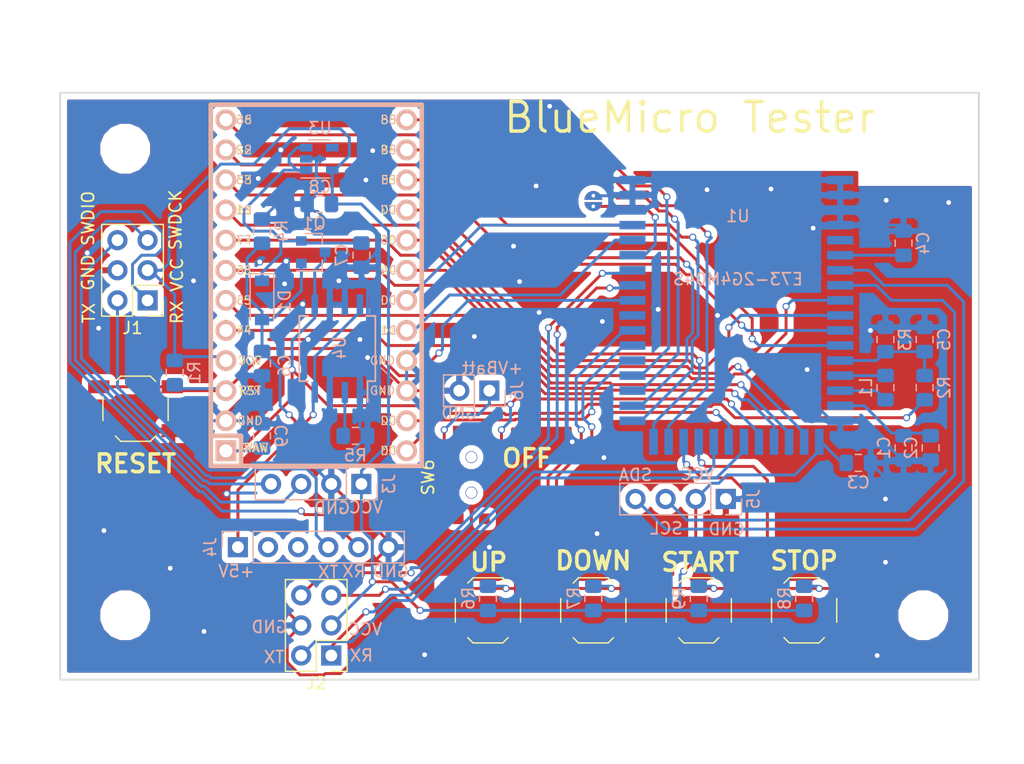
<source format=kicad_pcb>
(kicad_pcb (version 20171130) (host pcbnew "(5.0.0)")
  (layers (0 F.Cu signal) (31 B.Cu signal) (34 B.Paste user) (35 F.Paste user) (36 B.SilkS user) (37 F.SilkS user) (38 B.Mask user) (39 F.Mask user) (44 Edge.Cuts user))
  (net 0 "")
  (net 1 GND)
  (net 2 "Net-(C1-Pad1)")
  (net 3 VCC)
  (net 4 SWDIO)
  (net 5 RESET)
  (net 6 SWDCLK)
  (net 7 "Net-(L1-Pad2)")
  (net 8 DFU)
  (net 9 SCK)
  (net 10 /P0.11)
  (net 11 RXD)
  (net 12 TXD)
  (net 13 /P0.05)
  (net 14 /P0.04)
  (net 15 /P0.03)
  (net 16 /P0.02)
  (net 17 MOSI)
  (net 18 MISO)
  (net 19 /P0.15)
  (net 20 /P0.16)
  (net 21 SDA)
  (net 22 SCL)
  (net 23 /P0.27)
  (net 24 /P0.28)
  (net 25 /P0.29)
  (net 26 /P0.30)
  (net 27 "Net-(JP2-Pad1)")
  (net 28 /P0.07)
  (net 29 /P0.17)
  (net 30 "Net-(C4-Pad1)")
  (net 31 "Net-(L1-Pad1)")
  (net 32 /P0.10)
  (net 33 /P0.09)
  (net 34 /P0.19)
  (net 35 /P0.23)
  (net 36 /P0.24)
  (net 37 "Net-(U1-Pad3)")
  (net 38 /P0.31)
  (net 39 DUT_SWDCLK)
  (net 40 DUT_SWDIO)
  (net 41 +5V)
  (net 42 "Net-(J4-Pad2)")
  (net 43 "Net-(J4-Pad3)")
  (net 44 DUT_TXD)
  (net 45 DUT_RXD)
  (net 46 "Net-(C7-Pad1)")
  (net 47 /VBatt)
  (net 48 "Net-(R5-Pad1)")
  (net 49 /P0.18)
  (net 50 "Net-(U3-Pad4)")
  (net 51 "Net-(J6-Pad1)")
  (net 52 "Net-(SW6-Pad1)")
  (module Connector_PinHeader_2.54mm:PinHeader_1x04_P2.54mm_Vertical (layer B.Cu) (at 117.094 116.84 90)
    (fp_text reference J5 (at 0 2.33 90) (layer B.SilkS) (effects (justify mirror)))
    (fp_text value Conn_01x04)
    (pad 4 thru_hole oval (at 0 -7.62 90) (size 1.7 1.7) (drill 1) (layers *.Cu *.Mask) (net 21 SDA))
    (pad 3 thru_hole oval (at 0 -5.08 90) (size 1.7 1.7) (drill 1) (layers *.Cu *.Mask) (net 22 SCL))
    (pad 2 thru_hole oval (at 0 -2.54 90) (size 1.7 1.7) (drill 1) (layers *.Cu *.Mask) (net 3 VCC))
    (pad 1 thru_hole rect (at 0 0 90) (size 1.7 1.7) (drill 1) (layers *.Cu *.Mask) (net 1 GND))
  )
  (module Package_TO_SOT_SMD:SOT-23 (layer B.Cu) (at 82.296 96.012)
    (fp_text reference Q1 (at 0.0635 -2.413) (layer B.SilkS) (effects (justify mirror)))
    (fp_text value Q_PMOS_GSD)
    (pad 1 smd rect (at -1 0.95) (size 0.9 0.8) (layers B.Cu B.Paste B.Mask) (net 41 +5V))
    (pad 2 smd rect (at -1 -0.95) (size 0.9 0.8) (layers B.Cu B.Paste B.Mask) (net 46 "Net-(C7-Pad1)"))
    (pad 3 smd rect (at 1 0) (size 0.9 0.8) (layers B.Cu B.Paste B.Mask) (net 47 /VBatt))
  )
  (module Capacitor_SMD:C_0805_2012Metric_Pad1.15x1.40mm_HandSolder (layer B.Cu) (at 77.978 105.41 270)
    (fp_text reference C6 (at 0.1905 -1.905 270) (layer B.SilkS) (effects (justify mirror)))
    (fp_text value 10uF)
    (pad 2 smd roundrect (at 1.025 0 270) (size 1.15 1.4) (layers B.Cu B.Paste B.Mask) (roundrect_rratio 0.217391) (net 1 GND))
    (pad 1 smd roundrect (at -1.025 0 270) (size 1.15 1.4) (layers B.Cu B.Paste B.Mask) (roundrect_rratio 0.217391) (net 41 +5V))
  )
  (module MountingHole:MountingHole_3.2mm_M3_DIN965 (layer F.Cu) (at 133.748069 87.281371 90)
    (fp_text reference REF2 hide)
    (fp_text value MountingHole_3.2mm_M3_DIN965)
    (pad 1 np_thru_hole circle (at 0 0 90) (size 3.2 3.2) (drill 3.2) (layers *.Cu *.Mask))
  )
  (module MountingHole:MountingHole_3.2mm_M3_DIN965 (layer F.Cu) (at 133.748069 126.651371 90)
    (fp_text reference REF1 hide)
    (fp_text value MountingHole_3.2mm_M3_DIN965)
    (pad 1 np_thru_hole circle (at 0 0 90) (size 3.2 3.2) (drill 3.2) (layers *.Cu *.Mask))
  )
  (module MountingHole:MountingHole_3.2mm_M3_DIN965 (layer F.Cu) (at 66.438069 126.651371 90)
    (fp_text reference REF4 hide)
    (fp_text value MountingHole_3.2mm_M3_DIN965)
    (pad 1 np_thru_hole circle (at 0 0 90) (size 3.2 3.2) (drill 3.2) (layers *.Cu *.Mask))
  )
  (module footprints:Pro_Micro (layer B.Cu) (at 82.55 100.33)
    (fp_text reference U2)
    (fp_text value ProMicro hide)
    (fp_text user RAW (at -5.08 12.192) (layer F.SilkS) (effects (font (size 0.7 0.7) (thickness 0.1))))
    (fp_text user GND (at -5.588 9.906) (layer F.SilkS) (effects (font (size 0.7 0.7) (thickness 0.1))))
    (fp_text user RST (at -5.588 7.366) (layer F.SilkS) (effects (font (size 0.7 0.7) (thickness 0.1))))
    (fp_text user VCC (at -5.588 4.826) (layer F.SilkS) (effects (font (size 0.7 0.7) (thickness 0.1))))
    (fp_text user F4 (at -6.096 2.286) (layer F.SilkS) (effects (font (size 0.7 0.7) (thickness 0.1))))
    (fp_text user F5 (at -6.096 -0.254) (layer F.SilkS) (effects (font (size 0.7 0.7) (thickness 0.1))))
    (fp_text user F7 (at -6.096 -5.334) (layer F.SilkS) (effects (font (size 0.7 0.7) (thickness 0.1))))
    (fp_text user F6 (at -6.096 -2.794) (layer F.SilkS) (effects (font (size 0.7 0.7) (thickness 0.1))))
    (fp_text user B1 (at -6.096 -7.874) (layer F.SilkS) (effects (font (size 0.7 0.7) (thickness 0.1))))
    (fp_text user B3 (at -6.096 -10.414) (layer F.SilkS) (effects (font (size 0.7 0.7) (thickness 0.1))))
    (fp_text user B2 (at -6.096 -12.954) (layer F.SilkS) (effects (font (size 0.7 0.7) (thickness 0.1))))
    (fp_text user B6 (at -6.096 -15.494) (layer F.SilkS) (effects (font (size 0.7 0.7) (thickness 0.1))))
    (fp_text user D3 (at 6.096 12.446) (layer F.SilkS) (effects (font (size 0.7 0.7) (thickness 0.1))))
    (fp_text user D2 (at 6.096 9.906) (layer F.SilkS) (effects (font (size 0.7 0.7) (thickness 0.1))))
    (fp_text user GND (at 5.588 7.366) (layer F.SilkS) (effects (font (size 0.7 0.7) (thickness 0.1))))
    (fp_text user GND (at 5.588 4.826) (layer F.SilkS) (effects (font (size 0.7 0.7) (thickness 0.1))))
    (fp_text user D1 (at 6.096 2.286) (layer F.SilkS) (effects (font (size 0.7 0.7) (thickness 0.1))))
    (fp_text user D0 (at 6.096 -0.254) (layer F.SilkS) (effects (font (size 0.7 0.7) (thickness 0.1))))
    (fp_text user D4 (at 6.096 -2.794) (layer F.SilkS) (effects (font (size 0.7 0.7) (thickness 0.1))))
    (fp_text user C6 (at 6.096 -5.334) (layer F.SilkS) (effects (font (size 0.7 0.7) (thickness 0.1))))
    (fp_text user D7 (at 6.096 -7.874) (layer F.SilkS) (effects (font (size 0.7 0.7) (thickness 0.1))))
    (fp_text user E6 (at 6.096 -10.414) (layer F.SilkS) (effects (font (size 0.7 0.7) (thickness 0.1))))
    (fp_text user B4 (at 6.096 -12.954) (layer F.SilkS) (effects (font (size 0.7 0.7) (thickness 0.1))))
    (fp_text user B5 (at 6.096 -15.494) (layer F.SilkS) (effects (font (size 0.7 0.7) (thickness 0.1))))
    (fp_text user B5 (at 6.096 -15.494) (layer B.SilkS) (effects (font (size 0.7 0.7) (thickness 0.1)) (justify mirror)))
    (fp_text user B4 (at 6.096 -12.954) (layer B.SilkS) (effects (font (size 0.7 0.7) (thickness 0.1)) (justify mirror)))
    (fp_text user E6 (at 6.096 -10.414) (layer B.SilkS) (effects (font (size 0.7 0.7) (thickness 0.1)) (justify mirror)))
    (fp_text user D7 (at 6.096 -7.874) (layer B.SilkS) (effects (font (size 0.7 0.7) (thickness 0.1)) (justify mirror)))
    (fp_text user C6 (at 6.096 -5.334) (layer B.SilkS) (effects (font (size 0.7 0.7) (thickness 0.1)) (justify mirror)))
    (fp_text user D4 (at 6.096 -2.794) (layer B.SilkS) (effects (font (size 0.7 0.7) (thickness 0.1)) (justify mirror)))
    (fp_text user D0 (at 6.096 -0.254) (layer B.SilkS) (effects (font (size 0.7 0.7) (thickness 0.1)) (justify mirror)))
    (fp_text user D1 (at 6.096 2.286) (layer B.SilkS) (effects (font (size 0.7 0.7) (thickness 0.1)) (justify mirror)))
    (fp_text user GND (at 5.588 4.826) (layer B.SilkS) (effects (font (size 0.7 0.7) (thickness 0.1)) (justify mirror)))
    (fp_text user GND (at 5.588 7.366) (layer B.SilkS) (effects (font (size 0.7 0.7) (thickness 0.1)) (justify mirror)))
    (fp_text user D2 (at 6.096 9.906) (layer B.SilkS) (effects (font (size 0.7 0.7) (thickness 0.1)) (justify mirror)))
    (fp_text user D3 (at 6.096 12.446) (layer B.SilkS) (effects (font (size 0.7 0.7) (thickness 0.1)) (justify mirror)))
    (fp_text user B6 (at -6.096 -15.494) (layer B.SilkS) (effects (font (size 0.7 0.7) (thickness 0.1)) (justify mirror)))
    (fp_text user B2 (at -6.096 -12.954) (layer B.SilkS) (effects (font (size 0.7 0.7) (thickness 0.1)) (justify mirror)))
    (fp_text user B3 (at -6.096 -10.414) (layer B.SilkS) (effects (font (size 0.7 0.7) (thickness 0.1)) (justify mirror)))
    (fp_text user B1 (at -6.096 -7.874) (layer B.SilkS) (effects (font (size 0.7 0.7) (thickness 0.1)) (justify mirror)))
    (fp_text user F6 (at -6.096 -2.794) (layer B.SilkS) (effects (font (size 0.7 0.7) (thickness 0.1)) (justify mirror)))
    (fp_text user F7 (at -6.096 -5.334) (layer B.SilkS) (effects (font (size 0.7 0.7) (thickness 0.1)) (justify mirror)))
    (fp_text user F5 (at -6.096 -0.254) (layer B.SilkS) (effects (font (size 0.7 0.7) (thickness 0.1)) (justify mirror)))
    (fp_text user F4 (at -6.096 2.286) (layer B.SilkS) (effects (font (size 0.7 0.7) (thickness 0.1)) (justify mirror)))
    (fp_text user VCC (at -5.588 4.826) (layer B.SilkS) (effects (font (size 0.7 0.7) (thickness 0.1)) (justify mirror)))
    (fp_text user RST (at -5.588 7.366) (layer B.SilkS) (effects (font (size 0.7 0.7) (thickness 0.1)) (justify mirror)))
    (fp_text user GND (at -5.588 9.906) (layer B.SilkS) (effects (font (size 0.7 0.7) (thickness 0.1)) (justify mirror)))
    (fp_text user RAW (at -5.08 12.192) (layer B.SilkS) (effects (font (size 0.7 0.7) (thickness 0.1)) (justify mirror)))
    (pad 1 thru_hole rect (at -7.62 12.446 90) (size 1.7526 1.7526) (drill 1.0922) (layers *.Cu *.SilkS *.Mask) (net 47 /VBatt))
    (pad 2 thru_hole circle (at -7.62 9.906 90) (size 1.7526 1.7526) (drill 1.0922) (layers *.Cu *.SilkS *.Mask) (net 1 GND))
    (pad 3 thru_hole circle (at -7.62 7.366 90) (size 1.7526 1.7526) (drill 1.0922) (layers *.Cu *.SilkS *.Mask) (net 5 RESET))
    (pad 4 thru_hole circle (at -7.62 4.826 90) (size 1.7526 1.7526) (drill 1.0922) (layers *.Cu *.SilkS *.Mask) (net 3 VCC))
    (pad 5 thru_hole circle (at -7.62 2.286 90) (size 1.7526 1.7526) (drill 1.0922) (layers *.Cu *.SilkS *.Mask) (net 13 /P0.05))
    (pad 6 thru_hole circle (at -7.62 -0.254 90) (size 1.7526 1.7526) (drill 1.0922) (layers *.Cu *.SilkS *.Mask) (net 14 /P0.04))
    (pad 7 thru_hole circle (at -7.62 -2.794 90) (size 1.7526 1.7526) (drill 1.0922) (layers *.Cu *.SilkS *.Mask) (net 15 /P0.03))
    (pad 8 thru_hole circle (at -7.62 -5.334 90) (size 1.7526 1.7526) (drill 1.0922) (layers *.Cu *.SilkS *.Mask) (net 16 /P0.02))
    (pad 9 thru_hole circle (at -7.62 -7.874 90) (size 1.7526 1.7526) (drill 1.0922) (layers *.Cu *.SilkS *.Mask) (net 9 SCK))
    (pad 10 thru_hole circle (at -7.62 -10.414 90) (size 1.7526 1.7526) (drill 1.0922) (layers *.Cu *.SilkS *.Mask) (net 18 MISO))
    (pad 11 thru_hole circle (at -7.62 -12.954 90) (size 1.7526 1.7526) (drill 1.0922) (layers *.Cu *.SilkS *.Mask) (net 17 MOSI))
    (pad 12 thru_hole circle (at -7.62 -15.494 90) (size 1.7526 1.7526) (drill 1.0922) (layers *.Cu *.SilkS *.Mask) (net 10 /P0.11))
    (pad 24 thru_hole circle (at 7.62 -15.494 90) (size 1.7526 1.7526) (drill 1.0922) (layers *.Cu *.SilkS *.Mask) (net 20 /P0.16))
    (pad 23 thru_hole circle (at 7.62 -12.954 90) (size 1.7526 1.7526) (drill 1.0922) (layers *.Cu *.SilkS *.Mask) (net 19 /P0.15))
    (pad 22 thru_hole circle (at 7.62 -10.414 90) (size 1.7526 1.7526) (drill 1.0922) (layers *.Cu *.SilkS *.Mask) (net 26 /P0.30))
    (pad 21 thru_hole circle (at 7.62 -7.874 90) (size 1.7526 1.7526) (drill 1.0922) (layers *.Cu *.SilkS *.Mask) (net 25 /P0.29))
    (pad 20 thru_hole circle (at 7.62 -5.334 90) (size 1.7526 1.7526) (drill 1.0922) (layers *.Cu *.SilkS *.Mask) (net 24 /P0.28))
    (pad 19 thru_hole circle (at 7.62 -2.794 90) (size 1.7526 1.7526) (drill 1.0922) (layers *.Cu *.SilkS *.Mask) (net 23 /P0.27))
    (pad 18 thru_hole circle (at 7.62 -0.254 90) (size 1.7526 1.7526) (drill 1.0922) (layers *.Cu *.SilkS *.Mask) (net 36 /P0.24))
    (pad 17 thru_hole circle (at 7.62 2.286 90) (size 1.7526 1.7526) (drill 1.0922) (layers *.Cu *.SilkS *.Mask) (net 35 /P0.23))
    (pad 16 thru_hole circle (at 7.62 4.826 90) (size 1.7526 1.7526) (drill 1.0922) (layers *.Cu *.SilkS *.Mask) (net 1 GND))
    (pad 15 thru_hole circle (at 7.62 7.366 90) (size 1.7526 1.7526) (drill 1.0922) (layers *.Cu *.SilkS *.Mask) (net 1 GND))
    (pad 14 thru_hole circle (at 7.62 9.906 90) (size 1.7526 1.7526) (drill 1.0922) (layers *.Cu *.SilkS *.Mask) (net 28 /P0.07))
    (pad 13 thru_hole circle (at 7.62 12.446 90) (size 1.7526 1.7526) (drill 1.0922) (layers *.Cu *.SilkS *.Mask) (net 29 /P0.17))
  )
  (module E73:SolderJumperSingle (layer F.Cu) (at 105.918 91.694 90)
    (fp_text reference JP2 hide)
    (fp_text value "Factory Reset" hide)
    (fp_poly (pts (xy -0.1 -0.75) (xy -0.3565 -0.7048) (xy -0.5821 -0.5745) (xy -0.7495 -0.375) (xy -0.8386 -0.1302) (xy -0.8386 0.1302) (xy -0.7495 0.375) (xy -0.5821 0.5745) (xy -0.3565 0.7048) (xy -0.1 0.75) (xy -0.1 -0.75)) (layer F.Cu) (width 0.01))
    (fp_poly (pts (xy 0.1 0.75) (xy 0.3565 0.7048) (xy 0.5821 0.5745) (xy 0.7495 0.375) (xy 0.8386 0.1302) (xy 0.8386 -0.1302) (xy 0.7495 -0.375) (xy 0.5821 -0.5745) (xy 0.3565 -0.7048) (xy 0.1 -0.75) (xy 0.1 0.75)) (layer F.Cu) (width 0.01))
    (fp_poly (pts (xy -0.1 -0.75) (xy -0.3565 -0.7048) (xy -0.5821 -0.5745) (xy -0.7495 -0.375) (xy -0.8386 -0.1302) (xy -0.8386 0.1302) (xy -0.7495 0.375) (xy -0.5821 0.5745) (xy -0.3565 0.7048) (xy -0.1 0.75) (xy -0.1 -0.75)) (layer B.Cu) (width 0.01))
    (fp_poly (pts (xy 0.1 0.75) (xy 0.3565 0.7048) (xy 0.5821 0.5745) (xy 0.7495 0.375) (xy 0.8386 0.1302) (xy 0.8386 -0.1302) (xy 0.7495 -0.375) (xy 0.5821 -0.5745) (xy 0.3565 -0.7048) (xy 0.1 -0.75) (xy 0.1 0.75)) (layer B.Cu) (width 0.01))
    (pad 2 thru_hole circle (at 0.45 0 90) (size 0.4 0.4) (drill 0.3) (layers *.Cu *.Mask) (net 1 GND))
    (pad 1 thru_hole circle (at -0.45 0 90) (size 0.4 0.4) (drill 0.3) (layers *.Cu *.Mask) (net 27 "Net-(JP2-Pad1)"))
    (pad 1 thru_hole circle (at -0.45 0 90) (size 0.4 0.4) (drill 0.3) (layers *.Cu *.Mask) (net 27 "Net-(JP2-Pad1)"))
    (pad 2 thru_hole circle (at 0.45 0 90) (size 0.4 0.4) (drill 0.3) (layers *.Cu *.Mask) (net 1 GND))
  )
  (module E73:E73-2G4M04S (layer B.Cu) (at 118.11 97.79)
    (fp_text reference U1 (at 0 -4.826) (layer B.SilkS) (effects (justify mirror)))
    (fp_text value E73-2G4M04S (at 0 0.5) (layer B.SilkS) (effects (justify mirror)))
    (pad 27 smd rect (at -7.112 14.224) (size 0.72 2.2) (layers B.Cu B.Paste B.Mask) (net 9 SCK))
    (pad 26 smd rect (at -5.842 14.224) (size 0.72 2.2) (layers B.Cu B.Paste B.Mask) (net 10 /P0.11))
    (pad 25 smd rect (at -4.572 14.224) (size 0.72 2.2) (layers B.Cu B.Paste B.Mask) (net 32 /P0.10))
    (pad 24 smd rect (at -3.302 14.224) (size 0.72 2.2) (layers B.Cu B.Paste B.Mask) (net 33 /P0.09))
    (pad 23 smd rect (at -2.032 14.224) (size 0.72 2.2) (layers B.Cu B.Paste B.Mask) (net 11 RXD))
    (pad 22 smd rect (at -0.762 14.224) (size 0.72 2.2) (layers B.Cu B.Paste B.Mask) (net 28 /P0.07))
    (pad 21 smd rect (at 0.508 14.224) (size 0.72 2.2) (layers B.Cu B.Paste B.Mask) (net 12 TXD))
    (pad 20 smd rect (at 1.778 14.224) (size 0.72 2.2) (layers B.Cu B.Paste B.Mask) (net 13 /P0.05))
    (pad 19 smd rect (at 3.048 14.224) (size 0.72 2.2) (layers B.Cu B.Paste B.Mask) (net 14 /P0.04))
    (pad 18 smd rect (at 4.318 14.224) (size 0.72 2.2) (layers B.Cu B.Paste B.Mask) (net 15 /P0.03))
    (pad 17 smd rect (at 5.588 14.224) (size 0.72 2.2) (layers B.Cu B.Paste B.Mask) (net 16 /P0.02))
    (pad 16 smd rect (at 6.858 14.224) (size 0.72 2.2) (layers B.Cu B.Paste B.Mask) (net 3 VCC))
    (pad 28 smd rect (at -8.89 12.446) (size 2.2 0.72) (layers B.Cu B.Paste B.Mask) (net 17 MOSI))
    (pad 29 smd rect (at -8.89 11.176) (size 2.2 0.72) (layers B.Cu B.Paste B.Mask) (net 18 MISO))
    (pad 30 smd rect (at -8.89 9.906) (size 2.2 0.72) (layers B.Cu B.Paste B.Mask) (net 19 /P0.15))
    (pad 31 smd rect (at -8.89 8.636) (size 2.2 0.72) (layers B.Cu B.Paste B.Mask) (net 20 /P0.16))
    (pad 32 smd rect (at -8.89 7.366) (size 2.2 0.72) (layers B.Cu B.Paste B.Mask) (net 29 /P0.17))
    (pad 33 smd rect (at -8.89 6.096) (size 2.2 0.72) (layers B.Cu B.Paste B.Mask) (net 49 /P0.18))
    (pad 34 smd rect (at -8.89 4.826) (size 2.2 0.72) (layers B.Cu B.Paste B.Mask) (net 34 /P0.19))
    (pad 35 smd rect (at -8.89 3.556) (size 2.2 0.72) (layers B.Cu B.Paste B.Mask) (net 8 DFU))
    (pad 36 smd rect (at -8.89 2.286) (size 2.2 0.72) (layers B.Cu B.Paste B.Mask) (net 5 RESET))
    (pad 37 smd rect (at -8.89 1.016) (size 2.2 0.72) (layers B.Cu B.Paste B.Mask) (net 6 SWDCLK))
    (pad 38 smd rect (at -8.89 -0.254) (size 2.2 0.72) (layers B.Cu B.Paste B.Mask) (net 4 SWDIO))
    (pad 39 smd rect (at -8.89 -1.524) (size 2.2 0.72) (layers B.Cu B.Paste B.Mask) (net 27 "Net-(JP2-Pad1)"))
    (pad 40 smd rect (at -8.89 -2.794) (size 2.2 0.72) (layers B.Cu B.Paste B.Mask) (net 35 /P0.23))
    (pad 41 smd rect (at -8.89 -4.064) (size 2.2 0.72) (layers B.Cu B.Paste B.Mask) (net 36 /P0.24))
    (pad 42 smd rect (at -8.89 -6.604) (size 2.2 0.72) (layers B.Cu B.Paste B.Mask) (net 1 GND))
    (pad 43 smd rect (at -8.89 -7.874) (size 2.2 0.72) (layers B.Cu B.Paste B.Mask) (net 1 GND))
    (pad 0 smd rect (at 8.636 -7.874) (size 2.2 0.72) (layers B.Cu B.Paste B.Mask) (net 1 GND))
    (pad 1 smd rect (at 8.636 -6.604) (size 2.2 0.72) (layers B.Cu B.Paste B.Mask) (net 1 GND))
    (pad 2 smd rect (at 8.636 -4.064) (size 2.2 0.72) (layers B.Cu B.Paste B.Mask) (net 1 GND))
    (pad 3 smd rect (at 8.636 -2.794) (size 2.2 0.72) (layers B.Cu B.Paste B.Mask) (net 37 "Net-(U1-Pad3)"))
    (pad 4 smd rect (at 8.636 -1.524) (size 2.2 0.72) (layers B.Cu B.Paste B.Mask) (net 30 "Net-(C4-Pad1)"))
    (pad 5 smd rect (at 8.636 -0.254) (size 2.2 0.72) (layers B.Cu B.Paste B.Mask) (net 21 SDA))
    (pad 6 smd rect (at 8.636 1.016) (size 2.2 0.72) (layers B.Cu B.Paste B.Mask) (net 22 SCL))
    (pad 7 smd rect (at 8.636 2.286) (size 2.2 0.72) (layers B.Cu B.Paste B.Mask) (net 23 /P0.27))
    (pad 8 smd rect (at 8.636 3.556) (size 2.2 0.72) (layers B.Cu B.Paste B.Mask) (net 24 /P0.28))
    (pad 9 smd rect (at 8.636 4.826) (size 2.2 0.72) (layers B.Cu B.Paste B.Mask) (net 25 /P0.29))
    (pad 10 smd rect (at 8.636 6.096) (size 2.2 0.72) (layers B.Cu B.Paste B.Mask) (net 26 /P0.30))
    (pad 11 smd rect (at 8.636 7.366) (size 2.2 0.72) (layers B.Cu B.Paste B.Mask) (net 38 /P0.31))
    (pad 12 smd rect (at 8.636 8.636) (size 2.2 0.72) (layers B.Cu B.Paste B.Mask) (net 31 "Net-(L1-Pad1)"))
    (pad 13 smd rect (at 8.636 9.906) (size 2.2 0.72) (layers B.Cu B.Paste B.Mask) (net 7 "Net-(L1-Pad2)"))
    (pad 14 smd rect (at 8.636 11.176) (size 2.2 0.72) (layers B.Cu B.Paste B.Mask) (net 2 "Net-(C1-Pad1)"))
    (pad 15 smd rect (at 8.636 12.446) (size 2.2 0.72) (layers B.Cu B.Paste B.Mask) (net 1 GND))
  )
  (module MountingHole:MountingHole_3.2mm_M3_DIN965 (layer F.Cu) (at 66.438069 87.281371 90)
    (fp_text reference REF3 hide)
    (fp_text value MountingHole_3.2mm_M3_DIN965)
    (pad 1 np_thru_hole circle (at 0 0 90) (size 3.2 3.2) (drill 3.2) (layers *.Cu *.Mask))
  )
  (module Connector_PinHeader_2.54mm:PinHeader_1x04_P2.54mm_Vertical (layer B.Cu) (at 86.36 115.57 90)
    (fp_text reference J3 (at 0 2.33 90) (layer B.SilkS) (effects (justify mirror)))
    (fp_text value Conn_01x04)
    (pad 1 thru_hole rect (at 0 0 90) (size 1.7 1.7) (drill 1) (layers *.Cu *.Mask) (net 3 VCC))
    (pad 2 thru_hole oval (at 0 -2.54 90) (size 1.7 1.7) (drill 1) (layers *.Cu *.Mask) (net 1 GND))
    (pad 3 thru_hole oval (at 0 -5.08 90) (size 1.7 1.7) (drill 1) (layers *.Cu *.Mask) (net 39 DUT_SWDCLK))
    (pad 4 thru_hole oval (at 0 -7.62 90) (size 1.7 1.7) (drill 1) (layers *.Cu *.Mask) (net 40 DUT_SWDIO))
  )
  (module Connector_PinHeader_2.54mm:PinHeader_1x06_P2.54mm_Vertical (layer B.Cu) (at 75.946 120.904 270)
    (fp_text reference J4 (at 0 2.33 270) (layer B.SilkS) (effects (justify mirror)))
    (fp_text value Conn_01x06)
    (pad 1 thru_hole rect (at 0 0 270) (size 1.7 1.7) (drill 1) (layers *.Cu *.Mask) (net 41 +5V))
    (pad 2 thru_hole oval (at 0 -2.54 270) (size 1.7 1.7) (drill 1) (layers *.Cu *.Mask) (net 42 "Net-(J4-Pad2)"))
    (pad 3 thru_hole oval (at 0 -5.08 270) (size 1.7 1.7) (drill 1) (layers *.Cu *.Mask) (net 43 "Net-(J4-Pad3)"))
    (pad 4 thru_hole oval (at 0 -7.62 270) (size 1.7 1.7) (drill 1) (layers *.Cu *.Mask) (net 44 DUT_TXD))
    (pad 5 thru_hole oval (at 0 -10.16 270) (size 1.7 1.7) (drill 1) (layers *.Cu *.Mask) (net 45 DUT_RXD))
    (pad 6 thru_hole oval (at 0 -12.7 270) (size 1.7 1.7) (drill 1) (layers *.Cu *.Mask) (net 1 GND))
  )
  (module Connector_PinHeader_2.54mm:PinHeader_2x03_P2.54mm_Vertical (layer F.Cu) (at 68.326 100.076 180)
    (fp_text reference J1 (at 1.27 -2.33 180) (layer F.SilkS))
    (fp_text value "Serial Connector")
    (pad 1 thru_hole rect (at 0 0 180) (size 1.7 1.7) (drill 1) (layers *.Cu *.Mask) (net 45 DUT_RXD))
    (pad 2 thru_hole oval (at 2.54 0 180) (size 1.7 1.7) (drill 1) (layers *.Cu *.Mask) (net 44 DUT_TXD))
    (pad 3 thru_hole oval (at 0 2.54 180) (size 1.7 1.7) (drill 1) (layers *.Cu *.Mask) (net 3 VCC))
    (pad 4 thru_hole oval (at 2.54 2.54 180) (size 1.7 1.7) (drill 1) (layers *.Cu *.Mask) (net 1 GND))
    (pad 5 thru_hole oval (at 0 5.08 180) (size 1.7 1.7) (drill 1) (layers *.Cu *.Mask) (net 39 DUT_SWDCLK))
    (pad 6 thru_hole oval (at 2.54 5.08 180) (size 1.7 1.7) (drill 1) (layers *.Cu *.Mask) (net 40 DUT_SWDIO))
  )
  (module Connector_PinHeader_2.54mm:PinHeader_2x03_P2.54mm_Vertical (layer F.Cu) (at 83.82 130.048 180)
    (fp_text reference J2 (at 1.27 -2.33 180) (layer F.SilkS))
    (fp_text value "Serial Connector")
    (pad 1 thru_hole rect (at 0 0 180) (size 1.7 1.7) (drill 1) (layers *.Cu *.Mask) (net 11 RXD))
    (pad 2 thru_hole oval (at 2.54 0 180) (size 1.7 1.7) (drill 1) (layers *.Cu *.Mask) (net 12 TXD))
    (pad 3 thru_hole oval (at 0 2.54 180) (size 1.7 1.7) (drill 1) (layers *.Cu *.Mask) (net 3 VCC))
    (pad 4 thru_hole oval (at 2.54 2.54 180) (size 1.7 1.7) (drill 1) (layers *.Cu *.Mask) (net 1 GND))
    (pad 5 thru_hole oval (at 0 5.08 180) (size 1.7 1.7) (drill 1) (layers *.Cu *.Mask) (net 6 SWDCLK))
    (pad 6 thru_hole oval (at 2.54 5.08 180) (size 1.7 1.7) (drill 1) (layers *.Cu *.Mask) (net 4 SWDIO))
  )
  (module E73:SW_TACT_ALPS_SKQGABE010 (layer F.Cu) (at 67.31 109.22)
    (fp_text reference SW2 hide)
    (fp_text value RESET hide)
    (pad 1 smd rect (at -3.1 -1.85) (size 1.8 1.1) (layers F.Cu F.Paste F.Mask) (net 5 RESET))
    (pad 1 smd rect (at 3.1 -1.85) (size 1.8 1.1) (layers F.Cu F.Paste F.Mask) (net 5 RESET))
    (pad 2 smd rect (at -3.1 1.85) (size 1.8 1.1) (layers F.Cu F.Paste F.Mask) (net 1 GND))
    (pad 2 smd rect (at 3.1 1.85) (size 1.8 1.1) (layers F.Cu F.Paste F.Mask) (net 1 GND))
  )
  (module Capacitor_SMD:C_0805_2012Metric_Pad1.15x1.40mm_HandSolder (layer B.Cu) (at 132.08 112.522 270)
    (fp_text reference C1 (at 0 1.65 270) (layer B.SilkS) (effects (justify mirror)))
    (fp_text value 1uF)
    (pad 1 smd roundrect (at -1.025 0 270) (size 1.15 1.4) (layers B.Cu B.Paste B.Mask) (roundrect_rratio 0.217391) (net 2 "Net-(C1-Pad1)"))
    (pad 2 smd roundrect (at 1.025 0 270) (size 1.15 1.4) (layers B.Cu B.Paste B.Mask) (roundrect_rratio 0.217391) (net 1 GND))
  )
  (module Capacitor_SMD:C_0805_2012Metric_Pad1.15x1.40mm_HandSolder (layer B.Cu) (at 134.366 112.522 270)
    (fp_text reference C2 (at 0 1.65 270) (layer B.SilkS) (effects (justify mirror)))
    (fp_text value 0.1uF)
    (pad 2 smd roundrect (at 1.025 0 270) (size 1.15 1.4) (layers B.Cu B.Paste B.Mask) (roundrect_rratio 0.217391) (net 1 GND))
    (pad 1 smd roundrect (at -1.025 0 270) (size 1.15 1.4) (layers B.Cu B.Paste B.Mask) (roundrect_rratio 0.217391) (net 2 "Net-(C1-Pad1)"))
  )
  (module Capacitor_SMD:C_0805_2012Metric_Pad1.15x1.40mm_HandSolder (layer B.Cu) (at 128.27 113.792)
    (fp_text reference C3 (at 0 1.65) (layer B.SilkS) (effects (justify mirror)))
    (fp_text value 10uF)
    (pad 2 smd roundrect (at 1.025 0) (size 1.15 1.4) (layers B.Cu B.Paste B.Mask) (roundrect_rratio 0.217391) (net 1 GND))
    (pad 1 smd roundrect (at -1.025 0) (size 1.15 1.4) (layers B.Cu B.Paste B.Mask) (roundrect_rratio 0.217391) (net 3 VCC))
  )
  (module Capacitor_SMD:C_0805_2012Metric_Pad1.15x1.40mm_HandSolder (layer B.Cu) (at 132.08 95.25 90)
    (fp_text reference C4 (at 0 1.65 90) (layer B.SilkS) (effects (justify mirror)))
    (fp_text value "100 pF")
    (pad 1 smd roundrect (at -1.025 0 90) (size 1.15 1.4) (layers B.Cu B.Paste B.Mask) (roundrect_rratio 0.217391) (net 30 "Net-(C4-Pad1)"))
    (pad 2 smd roundrect (at 1.025 0 90) (size 1.15 1.4) (layers B.Cu B.Paste B.Mask) (roundrect_rratio 0.217391) (net 1 GND))
  )
  (module Capacitor_SMD:C_0805_2012Metric_Pad1.15x1.40mm_HandSolder (layer B.Cu) (at 133.858 103.378 90)
    (fp_text reference C5 (at 0 1.65 90) (layer B.SilkS) (effects (justify mirror)))
    (fp_text value 1nF)
    (pad 1 smd roundrect (at -1.025 0 90) (size 1.15 1.4) (layers B.Cu B.Paste B.Mask) (roundrect_rratio 0.217391) (net 38 /P0.31))
    (pad 2 smd roundrect (at 1.025 0 90) (size 1.15 1.4) (layers B.Cu B.Paste B.Mask) (roundrect_rratio 0.217391) (net 1 GND))
  )
  (module Capacitor_SMD:C_0805_2012Metric_Pad1.15x1.40mm_HandSolder (layer B.Cu) (at 86.36 96.266 270)
    (fp_text reference C7 (at 0 1.65 270) (layer B.SilkS) (effects (justify mirror)))
    (fp_text value 10uF)
    (pad 1 smd roundrect (at -1.025 0 270) (size 1.15 1.4) (layers B.Cu B.Paste B.Mask) (roundrect_rratio 0.217391) (net 46 "Net-(C7-Pad1)"))
    (pad 2 smd roundrect (at 1.025 0 270) (size 1.15 1.4) (layers B.Cu B.Paste B.Mask) (roundrect_rratio 0.217391) (net 1 GND))
  )
  (module Capacitor_SMD:C_0805_2012Metric_Pad1.15x1.40mm_HandSolder (layer B.Cu) (at 82.804 91.948 180)
    (fp_text reference C8 (at -0.0635 1.4605 180) (layer B.SilkS) (effects (justify mirror)))
    (fp_text value 10uF)
    (pad 2 smd roundrect (at 1.025 0 180) (size 1.15 1.4) (layers B.Cu B.Paste B.Mask) (roundrect_rratio 0.217391) (net 1 GND))
    (pad 1 smd roundrect (at -1.025 0 180) (size 1.15 1.4) (layers B.Cu B.Paste B.Mask) (roundrect_rratio 0.217391) (net 3 VCC))
  )
  (module Capacitor_SMD:C_0805_2012Metric_Pad1.15x1.40mm_HandSolder (layer B.Cu) (at 77.978 111.515 90)
    (fp_text reference C9 (at 0 1.65 90) (layer B.SilkS) (effects (justify mirror)))
    (fp_text value 10uF)
    (pad 1 smd roundrect (at -1.025 0 90) (size 1.15 1.4) (layers B.Cu B.Paste B.Mask) (roundrect_rratio 0.217391) (net 47 /VBatt))
    (pad 2 smd roundrect (at 1.025 0 90) (size 1.15 1.4) (layers B.Cu B.Paste B.Mask) (roundrect_rratio 0.217391) (net 1 GND))
  )
  (module Diode_SMD:D_SOD-123 (layer B.Cu) (at 77.978 100.076 270)
    (fp_text reference D1 (at 0.0635 -1.905 270) (layer B.SilkS) (effects (justify mirror)))
    (fp_text value MBR120)
    (pad 1 smd rect (at -1.65 0 270) (size 0.9 1.2) (layers B.Cu B.Paste B.Mask) (net 46 "Net-(C7-Pad1)"))
    (pad 2 smd rect (at 1.65 0 270) (size 0.9 1.2) (layers B.Cu B.Paste B.Mask) (net 41 +5V))
  )
  (module Inductor_SMD:L_0805_2012Metric_Pad1.15x1.40mm_HandSolder (layer B.Cu) (at 130.556 107.442 270)
    (fp_text reference L1 (at 0 1.65 270) (layer B.SilkS) (effects (justify mirror)))
    (fp_text value 10uH)
    (pad 1 smd roundrect (at -1.025 0 270) (size 1.15 1.4) (layers B.Cu B.Paste B.Mask) (roundrect_rratio 0.217391) (net 31 "Net-(L1-Pad1)"))
    (pad 2 smd roundrect (at 1.025 0 270) (size 1.15 1.4) (layers B.Cu B.Paste B.Mask) (roundrect_rratio 0.217391) (net 7 "Net-(L1-Pad2)"))
  )
  (module Resistor_SMD:R_0805_2012Metric_Pad1.15x1.40mm_HandSolder (layer B.Cu) (at 70.612 106.172 90)
    (fp_text reference R1 (at 0 1.65 90) (layer B.SilkS) (effects (justify mirror)))
    (fp_text value 10k)
    (pad 2 smd roundrect (at 1.025 0 90) (size 1.15 1.4) (layers B.Cu B.Paste B.Mask) (roundrect_rratio 0.217391) (net 3 VCC))
    (pad 1 smd roundrect (at -1.025 0 90) (size 1.15 1.4) (layers B.Cu B.Paste B.Mask) (roundrect_rratio 0.217391) (net 5 RESET))
  )
  (module Resistor_SMD:R_0805_2012Metric_Pad1.15x1.40mm_HandSolder (layer B.Cu) (at 133.858 107.442 90)
    (fp_text reference R2 (at 0 1.65 90) (layer B.SilkS) (effects (justify mirror)))
    (fp_text value 806k)
    (pad 1 smd roundrect (at -1.025 0 90) (size 1.15 1.4) (layers B.Cu B.Paste B.Mask) (roundrect_rratio 0.217391) (net 47 /VBatt))
    (pad 2 smd roundrect (at 1.025 0 90) (size 1.15 1.4) (layers B.Cu B.Paste B.Mask) (roundrect_rratio 0.217391) (net 38 /P0.31))
  )
  (module Resistor_SMD:R_0805_2012Metric_Pad1.15x1.40mm_HandSolder (layer B.Cu) (at 130.556 103.378 90)
    (fp_text reference R3 (at 0 1.65 90) (layer B.SilkS) (effects (justify mirror)))
    (fp_text value 2M)
    (pad 2 smd roundrect (at 1.025 0 90) (size 1.15 1.4) (layers B.Cu B.Paste B.Mask) (roundrect_rratio 0.217391) (net 1 GND))
    (pad 1 smd roundrect (at -1.025 0 90) (size 1.15 1.4) (layers B.Cu B.Paste B.Mask) (roundrect_rratio 0.217391) (net 38 /P0.31))
  )
  (module Resistor_SMD:R_0805_2012Metric_Pad1.15x1.40mm_HandSolder (layer B.Cu) (at 77.978 94.234 90)
    (fp_text reference R4 (at 0 1.65 90) (layer B.SilkS) (effects (justify mirror)))
    (fp_text value 100k)
    (pad 1 smd roundrect (at -1.025 0 90) (size 1.15 1.4) (layers B.Cu B.Paste B.Mask) (roundrect_rratio 0.217391) (net 41 +5V))
    (pad 2 smd roundrect (at 1.025 0 90) (size 1.15 1.4) (layers B.Cu B.Paste B.Mask) (roundrect_rratio 0.217391) (net 1 GND))
  )
  (module Resistor_SMD:R_0805_2012Metric_Pad1.15x1.40mm_HandSolder (layer B.Cu) (at 85.852 111.506)
    (fp_text reference R5 (at 0 1.65) (layer B.SilkS) (effects (justify mirror)))
    (fp_text value 10k)
    (pad 1 smd roundrect (at -1.025 0) (size 1.15 1.4) (layers B.Cu B.Paste B.Mask) (roundrect_rratio 0.217391) (net 48 "Net-(R5-Pad1)"))
    (pad 2 smd roundrect (at 1.025 0) (size 1.15 1.4) (layers B.Cu B.Paste B.Mask) (roundrect_rratio 0.217391) (net 1 GND))
  )
  (module Resistor_SMD:R_0805_2012Metric_Pad1.15x1.40mm_HandSolder (layer B.Cu) (at 97.028 125.222 270)
    (fp_text reference R6 (at 0 1.65 270) (layer B.SilkS) (effects (justify mirror)))
    (fp_text value 10k)
    (pad 2 smd roundrect (at 1.025 0 270) (size 1.15 1.4) (layers B.Cu B.Paste B.Mask) (roundrect_rratio 0.217391) (net 3 VCC))
    (pad 1 smd roundrect (at -1.025 0 270) (size 1.15 1.4) (layers B.Cu B.Paste B.Mask) (roundrect_rratio 0.217391) (net 34 /P0.19))
  )
  (module Resistor_SMD:R_0805_2012Metric_Pad1.15x1.40mm_HandSolder (layer B.Cu) (at 105.918 125.222 270)
    (fp_text reference R7 (at 0 1.65 270) (layer B.SilkS) (effects (justify mirror)))
    (fp_text value 10k)
    (pad 1 smd roundrect (at -1.025 0 270) (size 1.15 1.4) (layers B.Cu B.Paste B.Mask) (roundrect_rratio 0.217391) (net 49 /P0.18))
    (pad 2 smd roundrect (at 1.025 0 270) (size 1.15 1.4) (layers B.Cu B.Paste B.Mask) (roundrect_rratio 0.217391) (net 3 VCC))
  )
  (module Resistor_SMD:R_0805_2012Metric_Pad1.15x1.40mm_HandSolder (layer B.Cu) (at 123.698 125.222 270)
    (fp_text reference R8 (at 0 1.65 270) (layer B.SilkS) (effects (justify mirror)))
    (fp_text value 10k)
    (pad 2 smd roundrect (at 1.025 0 270) (size 1.15 1.4) (layers B.Cu B.Paste B.Mask) (roundrect_rratio 0.217391) (net 3 VCC))
    (pad 1 smd roundrect (at -1.025 0 270) (size 1.15 1.4) (layers B.Cu B.Paste B.Mask) (roundrect_rratio 0.217391) (net 33 /P0.09))
  )
  (module Resistor_SMD:R_0805_2012Metric_Pad1.15x1.40mm_HandSolder (layer B.Cu) (at 114.808 125.222 270)
    (fp_text reference R9 (at 0 1.65 270) (layer B.SilkS) (effects (justify mirror)))
    (fp_text value 10k)
    (pad 1 smd roundrect (at -1.025 0 270) (size 1.15 1.4) (layers B.Cu B.Paste B.Mask) (roundrect_rratio 0.217391) (net 32 /P0.10))
    (pad 2 smd roundrect (at 1.025 0 270) (size 1.15 1.4) (layers B.Cu B.Paste B.Mask) (roundrect_rratio 0.217391) (net 3 VCC))
  )
  (module E73:SW_TACT_ALPS_SKQGABE010 (layer F.Cu) (at 97.028 126.238)
    (fp_text reference SW1 hide)
    (fp_text value RESET)
    (pad 2 smd rect (at 3.1 1.85) (size 1.8 1.1) (layers F.Cu F.Paste F.Mask) (net 1 GND))
    (pad 2 smd rect (at -3.1 1.85) (size 1.8 1.1) (layers F.Cu F.Paste F.Mask) (net 1 GND))
    (pad 1 smd rect (at 3.1 -1.85) (size 1.8 1.1) (layers F.Cu F.Paste F.Mask) (net 34 /P0.19))
    (pad 1 smd rect (at -3.1 -1.85) (size 1.8 1.1) (layers F.Cu F.Paste F.Mask) (net 34 /P0.19))
  )
  (module E73:SW_TACT_ALPS_SKQGABE010 (layer F.Cu) (at 105.918 126.238)
    (fp_text reference SW3 hide)
    (fp_text value RESET)
    (pad 1 smd rect (at -3.1 -1.85) (size 1.8 1.1) (layers F.Cu F.Paste F.Mask) (net 49 /P0.18))
    (pad 1 smd rect (at 3.1 -1.85) (size 1.8 1.1) (layers F.Cu F.Paste F.Mask) (net 49 /P0.18))
    (pad 2 smd rect (at -3.1 1.85) (size 1.8 1.1) (layers F.Cu F.Paste F.Mask) (net 1 GND))
    (pad 2 smd rect (at 3.1 1.85) (size 1.8 1.1) (layers F.Cu F.Paste F.Mask) (net 1 GND))
  )
  (module E73:SW_TACT_ALPS_SKQGABE010 (layer F.Cu) (at 123.698 126.238)
    (fp_text reference SW4 hide)
    (fp_text value RESET)
    (pad 2 smd rect (at 3.1 1.85) (size 1.8 1.1) (layers F.Cu F.Paste F.Mask) (net 1 GND))
    (pad 2 smd rect (at -3.1 1.85) (size 1.8 1.1) (layers F.Cu F.Paste F.Mask) (net 1 GND))
    (pad 1 smd rect (at 3.1 -1.85) (size 1.8 1.1) (layers F.Cu F.Paste F.Mask) (net 33 /P0.09))
    (pad 1 smd rect (at -3.1 -1.85) (size 1.8 1.1) (layers F.Cu F.Paste F.Mask) (net 33 /P0.09))
  )
  (module E73:SW_TACT_ALPS_SKQGABE010 (layer F.Cu) (at 114.808 126.238)
    (fp_text reference SW5 hide)
    (fp_text value RESET)
    (pad 1 smd rect (at -3.1 -1.85) (size 1.8 1.1) (layers F.Cu F.Paste F.Mask) (net 32 /P0.10))
    (pad 1 smd rect (at 3.1 -1.85) (size 1.8 1.1) (layers F.Cu F.Paste F.Mask) (net 32 /P0.10))
    (pad 2 smd rect (at -3.1 1.85) (size 1.8 1.1) (layers F.Cu F.Paste F.Mask) (net 1 GND))
    (pad 2 smd rect (at 3.1 1.85) (size 1.8 1.1) (layers F.Cu F.Paste F.Mask) (net 1 GND))
  )
  (module Package_TO_SOT_SMD:SOT-23-5 (layer B.Cu) (at 82.804 88.138)
    (fp_text reference U3 (at 0.0635 -2.6035) (layer B.SilkS) (effects (justify mirror)))
    (fp_text value AP2112K-3.3)
    (pad 1 smd rect (at -1.1 0.95) (size 1.06 0.65) (layers B.Cu B.Paste B.Mask) (net 46 "Net-(C7-Pad1)"))
    (pad 2 smd rect (at -1.1 0) (size 1.06 0.65) (layers B.Cu B.Paste B.Mask) (net 1 GND))
    (pad 3 smd rect (at -1.1 -0.95) (size 1.06 0.65) (layers B.Cu B.Paste B.Mask) (net 46 "Net-(C7-Pad1)"))
    (pad 4 smd rect (at 1.1 -0.95) (size 1.06 0.65) (layers B.Cu B.Paste B.Mask) (net 50 "Net-(U3-Pad4)"))
    (pad 5 smd rect (at 1.1 0.95) (size 1.06 0.65) (layers B.Cu B.Paste B.Mask) (net 3 VCC))
  )
  (module Package_SO:SO-8_5.3x6.2mm_P1.27mm (layer B.Cu) (at 84.328 104.14 90)
    (fp_text reference U4 (at 0.0635 0.1905 90) (layer B.SilkS) (effects (justify mirror)))
    (fp_text value TP4056)
    (pad 1 smd rect (at -3.7 1.905 90) (size 1.75 0.55) (layers B.Cu B.Paste B.Mask) (net 1 GND))
    (pad 2 smd rect (at -3.7 0.635 90) (size 1.75 0.55) (layers B.Cu B.Paste B.Mask) (net 48 "Net-(R5-Pad1)"))
    (pad 3 smd rect (at -3.7 -0.635 90) (size 1.75 0.55) (layers B.Cu B.Paste B.Mask) (net 1 GND))
    (pad 4 smd rect (at -3.7 -1.905 90) (size 1.75 0.55) (layers B.Cu B.Paste B.Mask) (net 41 +5V))
    (pad 5 smd rect (at 3.7 -1.905 90) (size 1.75 0.55) (layers B.Cu B.Paste B.Mask) (net 47 /VBatt))
    (pad 6 smd rect (at 3.7 -0.635 90) (size 1.75 0.55) (layers B.Cu B.Paste B.Mask) (net 1 GND))
    (pad 7 smd rect (at 3.7 0.635 90) (size 1.75 0.55) (layers B.Cu B.Paste B.Mask) (net 1 GND))
    (pad 8 smd rect (at 3.7 1.905 90) (size 1.75 0.55) (layers B.Cu B.Paste B.Mask) (net 41 +5V))
  )
  (module Connector_PinHeader_2.54mm:PinHeader_1x02_P2.54mm_Vertical (layer B.Cu) (at 97.155 107.696 90)
    (fp_text reference J6 (at 0 2.33 90) (layer B.SilkS) (effects (justify mirror)))
    (fp_text value Conn_01x02)
    (pad 1 thru_hole rect (at 0 0 90) (size 1.7 1.7) (drill 1) (layers *.Cu *.Mask) (net 51 "Net-(J6-Pad1)"))
    (pad 2 thru_hole oval (at 0 -2.54 90) (size 1.7 1.7) (drill 1) (layers *.Cu *.Mask) (net 1 GND))
  )
  (module E73:SPDT_C128955 (layer F.Cu) (at 95.631 114.808 270)
    (fp_text reference SW6 (at 0.2 3.65 270) (layer F.SilkS))
    (fp_text value SW_SPDT)
    (pad "" np_thru_hole circle (at 1.5 0 270) (size 1 1) (drill 0.9) (layers *.Cu *.Mask))
    (pad "" np_thru_hole circle (at -1.5 0 270) (size 1 1) (drill 0.9) (layers *.Cu *.Mask))
    (pad 2 smd rect (at -0.75 2.075 270) (size 0.9 1.25) (layers F.Cu F.Paste F.Mask) (net 47 /VBatt))
    (pad 3 smd rect (at -2.25 2.075 270) (size 0.9 1.25) (layers F.Cu F.Paste F.Mask) (net 51 "Net-(J6-Pad1)"))
    (pad 1 smd rect (at 2.25 2.075 270) (size 0.9 1.25) (layers F.Cu F.Paste F.Mask) (net 52 "Net-(SW6-Pad1)"))
    (pad 0 smd rect (at 3.7 -1.1 270) (size 0.9 0.9) (layers F.Cu F.Paste F.Mask))
    (pad 0 smd rect (at 3.7 1.1 270) (size 0.9 0.9) (layers F.Cu F.Paste F.Mask))
    (pad 0 smd rect (at -3.7 1.1 270) (size 0.9 0.9) (layers F.Cu F.Paste F.Mask))
    (pad 0 smd rect (at -3.7 -1.1 270) (size 0.9 0.9) (layers F.Cu F.Paste F.Mask))
  )
  (gr_text OFF (at 100.33 113.411) (layer F.SilkS) (effects (font (size 1.5 1.5) (thickness 0.3))))
  (gr_text +VBatt (at 97.409 105.791) (layer B.SilkS) (effects (font (size 1 1)) (justify mirror)))
  (gr_text GND (at 94.615 109.601) (layer B.SilkS) (effects (font (size 1 1)) (justify mirror)))
  (gr_text RX (at 85.725 122.936) (layer B.SilkS) (effects (font (size 1 1)) (justify mirror)))
  (gr_text RX (at 86.36 130.048) (layer B.SilkS) (effects (font (size 1 1)) (justify mirror)))
  (gr_text TX (at 78.994 130.175) (layer B.SilkS) (effects (font (size 1 1)) (justify mirror)))
  (gr_text TX (at 83.566 122.9995) (layer B.SilkS) (effects (font (size 1 1)) (justify mirror)))
  (gr_text GND (at 78.613 127.635) (layer B.SilkS) (effects (font (size 1 1)) (justify mirror)))
  (gr_text VCC (at 86.6775 127.8255) (layer B.SilkS) (effects (font (size 1 1)) (justify mirror)))
  (gr_text +5V (at 75.819 122.936) (layer B.SilkS) (effects (font (size 1 1)) (justify mirror)))
  (gr_text GND (at 88.8365 122.936) (layer B.SilkS) (effects (font (size 1 1)) (justify mirror)))
  (gr_text VCC (at 86.741 117.5385) (layer B.SilkS) (effects (font (size 1 1)) (justify mirror)))
  (gr_text GND (at 83.8835 117.602) (layer B.SilkS) (effects (font (size 1 1)) (justify mirror)))
  (gr_text "BlueMicro Tester" (at 114.046 84.6455) (layer F.SilkS) (effects (font (size 2.5 2.5) (thickness 0.3))))
  (gr_text UP (at 97.0915 122.174) (layer F.SilkS) (effects (font (size 1.5 1.5) (thickness 0.3))))
  (gr_text DOWN (at 105.918 122.047) (layer F.SilkS) (effects (font (size 1.5 1.5) (thickness 0.3))))
  (gr_text START (at 114.935 122.174) (layer F.SilkS) (effects (font (size 1.5 1.5) (thickness 0.3))))
  (gr_text STOP (at 123.698 122.047) (layer F.SilkS) (effects (font (size 1.5 1.5) (thickness 0.3))))
  (gr_text RESET (at 67.31 113.8555) (layer F.SilkS) (effects (font (size 1.5 1.5) (thickness 0.3))))
  (gr_text SDA (at 109.474 114.808) (layer B.SilkS) (effects (font (size 1 1)) (justify mirror)))
  (gr_text SCL (at 112.0775 119.3165) (layer B.SilkS) (effects (font (size 1 1)) (justify mirror)))
  (gr_text VCC (at 114.681 114.7445) (layer B.SilkS) (effects (font (size 1 1)) (justify mirror)))
  (gr_text GND (at 117.1575 119.38) (layer B.SilkS) (effects (font (size 1 1)) (justify mirror)))
  (gr_text TX (at 63.373 101.1555 90) (layer F.SilkS) (effects (font (size 1 1))))
  (gr_text RX (at 70.8025 101.092 90) (layer F.SilkS) (effects (font (size 1 1))))
  (gr_text SWDCK (at 70.6755 93.2815 90) (layer F.SilkS) (effects (font (size 1 1))))
  (gr_text SWDIO (at 63.3095 93.1545 90) (layer F.SilkS) (effects (font (size 1 1))))
  (gr_text GND (at 63.3095 97.7265 90) (layer F.SilkS) (effects (font (size 1 1))))
  (gr_text VCC (at 70.8025 97.917 90) (layer F.SilkS) (effects (font (size 1 1))))
  (gr_line (start 60.96 132.08) (end 138.43 132.08) (layer Edge.Cuts) (width 0.15))
  (gr_line (start 60.96 82.55) (end 60.96 132.08) (layer Edge.Cuts) (width 0.15))
  (gr_line (start 138.43 82.55) (end 60.96 82.55) (layer Edge.Cuts) (width 0.15))
  (gr_line (start 138.43 132.08) (end 138.43 82.55) (layer Edge.Cuts) (width 0.15))
  (segment (start 131.806 93.726) (end 132.08 94) (width 0.25) (layer B.Cu) (net 1))
  (segment (start 126.746 93.726) (end 131.806 93.726) (width 0.25) (layer B.Cu) (net 1))
  (segment (start 74.93 110.236) (end 72.644 110.236) (width 0.25) (layer F.Cu) (net 1))
  (segment (start 71.81 111.07) (end 70.41 111.07) (width 0.25) (layer F.Cu) (net 1))
  (segment (start 72.644 110.236) (end 71.81 111.07) (width 0.25) (layer F.Cu) (net 1))
  (segment (start 70.41 111.07) (end 64.21 111.07) (width 0.25) (layer F.Cu) (net 1))
  (segment (start 64.21 110.27) (end 64.21 111.07) (width 0.25) (layer F.Cu) (net 1))
  (segment (start 65.786 97.536) (end 64.583919 97.536) (width 0.25) (layer F.Cu) (net 1))
  (segment (start 64.583919 97.536) (end 63.5 98.619919) (width 0.25) (layer F.Cu) (net 1))
  (segment (start 63.5 101.346) (end 62.23 102.616) (width 0.25) (layer F.Cu) (net 1))
  (segment (start 62.23 102.616) (end 62.23 108.29) (width 0.25) (layer F.Cu) (net 1))
  (segment (start 63.5 98.619919) (end 63.5 101.346) (width 0.25) (layer F.Cu) (net 1))
  (segment (start 62.23 108.29) (end 64.21 110.27) (width 0.25) (layer F.Cu) (net 1))
  (segment (start 134.366 113.772) (end 132.08 113.772) (width 0.25) (layer B.Cu) (net 1))
  (segment (start 128.096 110.236) (end 128.778 110.918) (width 0.25) (layer B.Cu) (net 1))
  (segment (start 126.746 110.236) (end 128.096 110.236) (width 0.25) (layer B.Cu) (net 1))
  (segment (start 132.08 113.647) (end 132.08 113.772) (width 0.25) (layer B.Cu) (net 1))
  (segment (start 129.351 110.918) (end 132.08 113.647) (width 0.25) (layer B.Cu) (net 1))
  (segment (start 128.778 110.918) (end 129.351 110.918) (width 0.25) (layer B.Cu) (net 1))
  (segment (start 132.06 113.792) (end 132.08 113.772) (width 0.25) (layer B.Cu) (net 1))
  (segment (start 129.52 113.792) (end 132.06 113.792) (width 0.25) (layer B.Cu) (net 1))
  (segment (start 129.52 114.667) (end 129.52 113.792) (width 0.25) (layer B.Cu) (net 1))
  (segment (start 127.347 116.84) (end 129.52 114.667) (width 0.25) (layer B.Cu) (net 1))
  (segment (start 117.094 116.84) (end 127.347 116.84) (width 0.25) (layer B.Cu) (net 1))
  (segment (start 109.22 89.916) (end 126.746 89.916) (width 0.25) (layer B.Cu) (net 1))
  (segment (start 126.746 89.916) (end 126.746 91.186) (width 0.25) (layer B.Cu) (net 1))
  (segment (start 109.22 89.916) (end 109.22 91.186) (width 0.25) (layer B.Cu) (net 1))
  (segment (start 126.746 93.116) (end 126.746 91.186) (width 0.25) (layer B.Cu) (net 1))
  (segment (start 126.746 93.726) (end 126.746 93.116) (width 0.25) (layer B.Cu) (net 1))
  (segment (start 77.216 113.792) (end 82.042 113.792) (width 0.25) (layer B.Cu) (net 1))
  (segment (start 73.690725 110.236) (end 72.39 111.536725) (width 0.25) (layer B.Cu) (net 1))
  (segment (start 74.93 110.236) (end 73.690725 110.236) (width 0.25) (layer B.Cu) (net 1))
  (segment (start 82.042 113.792) (end 83.82 115.57) (width 0.25) (layer B.Cu) (net 1))
  (segment (start 72.39 111.536725) (end 72.39 113.284) (width 0.25) (layer B.Cu) (net 1))
  (segment (start 72.39 113.284) (end 73.500999 114.394999) (width 0.25) (layer B.Cu) (net 1))
  (segment (start 73.500999 114.394999) (end 76.613001 114.394999) (width 0.25) (layer B.Cu) (net 1))
  (segment (start 76.613001 114.394999) (end 77.216 113.792) (width 0.25) (layer B.Cu) (net 1))
  (segment (start 88.646 120.396) (end 88.646 120.904) (width 0.25) (layer F.Cu) (net 1))
  (segment (start 83.82 115.57) (end 88.646 120.396) (width 0.25) (layer F.Cu) (net 1))
  (segment (start 109.162 91.244) (end 109.22 91.186) (width 0.25) (layer B.Cu) (net 1))
  (segment (start 105.918 91.244) (end 109.162 91.244) (width 0.25) (layer B.Cu) (net 1))
  (via (at 123.952 105.918) (size 0.6) (drill 0.4) (layers F.Cu B.Cu) (net 1))
  (segment (start 123.952 108.182) (end 123.952 105.918) (width 0.25) (layer B.Cu) (net 1))
  (segment (start 126.746 110.236) (end 126.006 110.236) (width 0.25) (layer B.Cu) (net 1))
  (segment (start 126.006 110.236) (end 123.952 108.182) (width 0.25) (layer B.Cu) (net 1))
  (via (at 124.46 93.98) (size 0.6) (drill 0.4) (layers F.Cu B.Cu) (net 1))
  (segment (start 123.952 105.918) (end 123.952 94.488) (width 0.25) (layer F.Cu) (net 1))
  (segment (start 123.952 94.488) (end 124.46 93.98) (width 0.25) (layer F.Cu) (net 1))
  (segment (start 126.492 93.98) (end 126.746 93.726) (width 0.25) (layer B.Cu) (net 1))
  (segment (start 124.46 93.98) (end 126.492 93.98) (width 0.25) (layer B.Cu) (net 1))
  (segment (start 79.756 125.984) (end 81.28 127.508) (width 0.25) (layer F.Cu) (net 1))
  (segment (start 79.756 123.952) (end 79.756 125.984) (width 0.25) (layer F.Cu) (net 1))
  (segment (start 81.28 122.428) (end 79.756 123.952) (width 0.25) (layer F.Cu) (net 1))
  (segment (start 88.646 120.904) (end 87.122 122.428) (width 0.25) (layer F.Cu) (net 1))
  (segment (start 87.122 122.428) (end 81.28 122.428) (width 0.25) (layer F.Cu) (net 1))
  (segment (start 90.17 106.395275) (end 90.17 107.696) (width 0.25) (layer B.Cu) (net 1))
  (segment (start 90.17 105.156) (end 90.17 106.395275) (width 0.25) (layer B.Cu) (net 1))
  (segment (start 130.556 102.353) (end 133.858 102.353) (width 0.25) (layer B.Cu) (net 1))
  (segment (start 80.104999 130.612001) (end 80.104999 128.683001) (width 0.25) (layer F.Cu) (net 1))
  (segment (start 81.172988 131.67999) (end 80.104999 130.612001) (width 0.25) (layer F.Cu) (net 1))
  (segment (start 80.104999 128.683001) (end 81.28 127.508) (width 0.25) (layer F.Cu) (net 1))
  (segment (start 83.20401 131.67999) (end 81.172988 131.67999) (width 0.25) (layer F.Cu) (net 1))
  (segment (start 83.312 131.572) (end 83.20401 131.67999) (width 0.25) (layer F.Cu) (net 1))
  (segment (start 84.581002 131.572) (end 83.312 131.572) (width 0.25) (layer F.Cu) (net 1))
  (segment (start 86.36 128.524) (end 86.36 129.793002) (width 0.25) (layer F.Cu) (net 1))
  (segment (start 86.36 129.793002) (end 84.581002 131.572) (width 0.25) (layer F.Cu) (net 1))
  (segment (start 126.41 128.088) (end 121.36 128.088) (width 0.25) (layer F.Cu) (net 1))
  (segment (start 120.21 128.088) (end 118.416 128.088) (width 0.25) (layer F.Cu) (net 1))
  (segment (start 121.36 128.088) (end 120.21 128.088) (width 0.25) (layer F.Cu) (net 1))
  (segment (start 118.416 128.088) (end 112.216 128.088) (width 0.25) (layer F.Cu) (net 1))
  (segment (start 111.066 128.088) (end 109.272 128.088) (width 0.25) (layer F.Cu) (net 1))
  (segment (start 112.216 128.088) (end 111.066 128.088) (width 0.25) (layer F.Cu) (net 1))
  (segment (start 109.272 128.088) (end 103.072 128.088) (width 0.25) (layer F.Cu) (net 1))
  (segment (start 103.072 128.088) (end 100.128 128.088) (width 0.25) (layer F.Cu) (net 1))
  (segment (start 100.128 128.088) (end 93.928 128.088) (width 0.25) (layer F.Cu) (net 1))
  (segment (start 86.796 128.088) (end 86.36 128.524) (width 0.25) (layer F.Cu) (net 1))
  (segment (start 93.928 128.088) (end 86.796 128.088) (width 0.25) (layer F.Cu) (net 1))
  (via (at 130.556 116.84) (size 0.6) (drill 0.4) (layers F.Cu B.Cu) (net 1))
  (segment (start 130.556 122.665002) (end 130.556 122.174) (width 0.25) (layer F.Cu) (net 1))
  (segment (start 130.556 123.53) (end 130.556 122.665002) (width 0.25) (layer F.Cu) (net 1))
  (segment (start 126.798 128.088) (end 126.798 127.288) (width 0.25) (layer F.Cu) (net 1))
  (segment (start 126.798 127.288) (end 130.556 123.53) (width 0.25) (layer F.Cu) (net 1))
  (segment (start 130.556 115.053) (end 129.286 113.783) (width 0.25) (layer B.Cu) (net 1))
  (segment (start 130.556 116.84) (end 130.556 115.053) (width 0.25) (layer B.Cu) (net 1))
  (segment (start 129.286 113.783) (end 129.295 113.792) (width 0.25) (layer B.Cu) (net 1))
  (via (at 129.286 102.616) (size 0.6) (drill 0.4) (layers F.Cu B.Cu) (net 1))
  (segment (start 130.556 102.353) (end 129.549 102.353) (width 0.25) (layer B.Cu) (net 1))
  (segment (start 129.549 102.353) (end 129.286 102.616) (width 0.25) (layer B.Cu) (net 1))
  (segment (start 123.952 105.918) (end 127.254 102.616) (width 0.25) (layer F.Cu) (net 1))
  (segment (start 127.254 102.616) (end 128.861736 102.616) (width 0.25) (layer F.Cu) (net 1))
  (segment (start 128.861736 102.616) (end 129.286 102.616) (width 0.25) (layer F.Cu) (net 1))
  (segment (start 87.376 104.902) (end 90.17 107.696) (width 0.25) (layer F.Cu) (net 1))
  (segment (start 79.756 104.902) (end 87.376 104.902) (width 0.25) (layer F.Cu) (net 1))
  (segment (start 74.93 110.236) (end 74.93 109.728) (width 0.25) (layer F.Cu) (net 1))
  (segment (start 74.93 109.728) (end 79.756 104.902) (width 0.25) (layer F.Cu) (net 1))
  (segment (start 77.724 110.236) (end 77.978 110.49) (width 0.25) (layer B.Cu) (net 1))
  (segment (start 74.93 110.236) (end 77.724 110.236) (width 0.25) (layer B.Cu) (net 1))
  (segment (start 86.233 110.862) (end 86.877 111.506) (width 0.25) (layer B.Cu) (net 1))
  (segment (start 86.233 107.84) (end 86.233 110.862) (width 0.25) (layer B.Cu) (net 1))
  (segment (start 86.233 106.715) (end 86.233 107.84) (width 0.25) (layer B.Cu) (net 1))
  (segment (start 85.944 106.426) (end 86.233 106.715) (width 0.25) (layer B.Cu) (net 1))
  (segment (start 83.982 106.426) (end 85.944 106.426) (width 0.25) (layer B.Cu) (net 1))
  (segment (start 83.693 106.715) (end 83.982 106.426) (width 0.25) (layer B.Cu) (net 1))
  (segment (start 83.693 107.84) (end 83.693 106.715) (width 0.25) (layer B.Cu) (net 1))
  (segment (start 83.693 100.44) (end 84.963 100.44) (width 0.25) (layer B.Cu) (net 1))
  (segment (start 86.877 110.706) (end 86.877 111.506) (width 0.25) (layer B.Cu) (net 1))
  (segment (start 86.36 97.966) (end 86.877 98.483) (width 0.25) (layer B.Cu) (net 1))
  (segment (start 86.36 97.291) (end 86.36 97.966) (width 0.25) (layer B.Cu) (net 1))
  (segment (start 77.978 106.435) (end 77.978 110.49) (width 0.25) (layer B.Cu) (net 1))
  (segment (start 82.402372 91.324628) (end 81.779 91.948) (width 0.25) (layer B.Cu) (net 1))
  (segment (start 82.559001 91.167999) (end 82.402372 91.324628) (width 0.25) (layer B.Cu) (net 1))
  (segment (start 82.559001 88.213001) (end 82.559001 91.167999) (width 0.25) (layer B.Cu) (net 1))
  (segment (start 82.484 88.138) (end 82.559001 88.213001) (width 0.25) (layer B.Cu) (net 1))
  (segment (start 81.704 88.138) (end 82.484 88.138) (width 0.25) (layer B.Cu) (net 1))
  (segment (start 86.983372 96.667628) (end 86.36 97.291) (width 0.25) (layer B.Cu) (net 1))
  (segment (start 87.63 96.021) (end 86.983372 96.667628) (width 0.25) (layer B.Cu) (net 1))
  (segment (start 81.779 91.948) (end 82.402372 92.571372) (width 0.25) (layer B.Cu) (net 1))
  (segment (start 82.665372 92.571372) (end 83.82 93.726) (width 0.25) (layer B.Cu) (net 1))
  (segment (start 82.402372 92.571372) (end 82.665372 92.571372) (width 0.25) (layer B.Cu) (net 1))
  (segment (start 83.82 93.726) (end 87.122 93.726) (width 0.25) (layer B.Cu) (net 1))
  (segment (start 87.122 93.726) (end 87.63 94.234) (width 0.25) (layer B.Cu) (net 1))
  (segment (start 87.63 94.234) (end 87.63 96.021) (width 0.25) (layer B.Cu) (net 1))
  (segment (start 83.693 100.44) (end 83.693 101.565) (width 0.25) (layer B.Cu) (net 1))
  (segment (start 86.253628 112.129372) (end 86.877 111.506) (width 0.25) (layer B.Cu) (net 1))
  (segment (start 84.20241 113.03) (end 85.353 113.03) (width 0.25) (layer B.Cu) (net 1))
  (segment (start 85.353 113.03) (end 86.253628 112.129372) (width 0.25) (layer B.Cu) (net 1))
  (segment (start 81.28 110.10759) (end 84.20241 113.03) (width 0.25) (layer B.Cu) (net 1))
  (segment (start 81.28 106.335002) (end 81.28 110.10759) (width 0.25) (layer B.Cu) (net 1))
  (segment (start 83.693 101.565) (end 81.88 103.378) (width 0.25) (layer B.Cu) (net 1))
  (segment (start 81.397001 106.218001) (end 81.28 106.335002) (width 0.25) (layer B.Cu) (net 1))
  (segment (start 81.397001 103.860999) (end 81.397001 106.218001) (width 0.25) (layer B.Cu) (net 1))
  (via (at 86.877 104.902) (size 0.6) (drill 0.4) (layers F.Cu B.Cu) (net 1))
  (segment (start 86.877 104.902) (end 86.877 110.706) (width 0.25) (layer B.Cu) (net 1))
  (segment (start 86.877 98.483) (end 86.877 104.902) (width 0.25) (layer B.Cu) (net 1))
  (segment (start 79.239 91.948) (end 81.779 91.948) (width 0.25) (layer B.Cu) (net 1))
  (segment (start 77.978 93.209) (end 79.239 91.948) (width 0.25) (layer B.Cu) (net 1))
  (segment (start 130.556 122.174) (end 130.556 116.84) (width 0.25) (layer F.Cu) (net 1))
  (via (at 130.556 122.174) (size 0.6) (drill 0.4) (layers F.Cu B.Cu) (net 1))
  (via (at 97.155 120.904) (size 0.6) (drill 0.4) (layers F.Cu B.Cu) (net 1))
  (via (at 101.092 90.424) (size 0.6) (drill 0.4) (layers F.Cu B.Cu) (net 1))
  (via (at 86.741 89.916) (size 0.6) (drill 0.4) (layers F.Cu B.Cu) (net 1))
  (via (at 87.3125 87.4395) (size 0.6) (drill 0.4) (layers F.Cu B.Cu) (net 1))
  (via (at 84.455 98.425) (size 0.6) (drill 0.4) (layers F.Cu B.Cu) (net 1))
  (via (at 72.1995 98.425) (size 0.6) (drill 0.4) (layers F.Cu B.Cu) (net 1))
  (via (at 64.1985 102.4255) (size 0.6) (drill 0.4) (layers F.Cu B.Cu) (net 1))
  (via (at 115.5065 90.7415) (size 0.6) (drill 0.4) (layers F.Cu B.Cu) (net 1))
  (via (at 120.904 90.678) (size 0.6) (drill 0.4) (layers F.Cu B.Cu) (net 1))
  (via (at 130.6195 91.6305) (size 0.6) (drill 0.4) (layers F.Cu B.Cu) (net 1))
  (via (at 135.89 91.821) (size 0.6) (drill 0.4) (layers F.Cu B.Cu) (net 1))
  (via (at 102.235 83.693) (size 0.6) (drill 0.4) (layers F.Cu B.Cu) (net 1))
  (via (at 91.694 129.9845) (size 0.6) (drill 0.4) (layers F.Cu B.Cu) (net 1))
  (via (at 129.8575 130.048) (size 0.6) (drill 0.4) (layers F.Cu B.Cu) (net 1))
  (via (at 64.643 119.507) (size 0.6) (drill 0.4) (layers F.Cu B.Cu) (net 1))
  (via (at 70.231 122.682) (size 0.6) (drill 0.4) (layers F.Cu B.Cu) (net 1))
  (via (at 73.0885 128.016) (size 0.6) (drill 0.4) (layers F.Cu B.Cu) (net 1))
  (via (at 116.3955 101.346) (size 0.6) (drill 0.4) (layers F.Cu B.Cu) (net 1))
  (via (at 106.68 101.854) (size 0.6) (drill 0.4) (layers F.Cu B.Cu) (net 1))
  (via (at 111.379 100.838) (size 0.6) (drill 0.4) (layers F.Cu B.Cu) (net 1))
  (via (at 106.2355 119.761) (size 0.6) (drill 0.4) (layers F.Cu B.Cu) (net 1))
  (via (at 106.807 113.3475) (size 0.6) (drill 0.4) (layers F.Cu B.Cu) (net 1))
  (via (at 77.6605 89.789) (size 0.6) (drill 0.4) (layers F.Cu B.Cu) (net 1))
  (via (at 79.5655 87.376) (size 0.6) (drill 0.4) (layers F.Cu B.Cu) (net 1))
  (via (at 77.7875 96.8375) (size 0.6) (drill 0.4) (layers F.Cu B.Cu) (net 1))
  (via (at 81.407 100.3935) (size 0.6) (drill 0.4) (layers F.Cu B.Cu) (net 1))
  (via (at 74.9935 116.3955) (size 0.6) (drill 0.4) (layers F.Cu B.Cu) (net 1))
  (via (at 63.246 96.0755) (size 0.6) (drill 0.4) (layers F.Cu B.Cu) (net 1))
  (via (at 86.233 103.378) (size 0.6) (drill 0.4) (layers F.Cu B.Cu) (net 1))
  (segment (start 81.88 103.378) (end 81.397001 103.860999) (width 0.25) (layer B.Cu) (net 1))
  (via (at 81.88 103.378) (size 0.6) (drill 0.4) (layers F.Cu B.Cu) (net 1))
  (via (at 99.697551 98.491051) (size 0.6) (drill 0.4) (layers F.Cu B.Cu) (net 1))
  (segment (start 91.409275 107.696) (end 94.615 107.696) (width 0.25) (layer F.Cu) (net 1))
  (segment (start 90.17 107.696) (end 91.409275 107.696) (width 0.25) (layer F.Cu) (net 1))
  (via (at 99.187 95.504) (size 0.6) (drill 0.4) (layers F.Cu B.Cu) (net 1))
  (via (at 101.346 101.092) (size 0.6) (drill 0.4) (layers F.Cu B.Cu) (net 1))
  (via (at 79.883 98.679) (size 0.6) (drill 0.4) (layers F.Cu B.Cu) (net 1))
  (via (at 80.01 96.774) (size 0.6) (drill 0.4) (layers F.Cu B.Cu) (net 1))
  (via (at 104.14 112.014) (size 0.6) (drill 0.4) (layers F.Cu B.Cu) (net 1))
  (via (at 95.885 103.124) (size 0.6) (drill 0.4) (layers F.Cu B.Cu) (net 1))
  (segment (start 126.746 108.966) (end 128.778 108.966) (width 0.25) (layer B.Cu) (net 2))
  (segment (start 131.084 111.272) (end 132.08 111.272) (width 0.25) (layer B.Cu) (net 2))
  (segment (start 128.778 108.966) (end 131.084 111.272) (width 0.25) (layer B.Cu) (net 2))
  (segment (start 132.08 111.272) (end 134.366 111.272) (width 0.25) (layer B.Cu) (net 2))
  (segment (start 74.596 104.822) (end 74.93 105.156) (width 0.25) (layer B.Cu) (net 3))
  (segment (start 70.612 104.822) (end 74.596 104.822) (width 0.25) (layer B.Cu) (net 3))
  (segment (start 125.117 112.014) (end 124.968 112.014) (width 0.25) (layer B.Cu) (net 3))
  (segment (start 126.895 113.792) (end 125.117 112.014) (width 0.25) (layer B.Cu) (net 3))
  (segment (start 127.02 113.792) (end 126.895 113.792) (width 0.25) (layer B.Cu) (net 3))
  (segment (start 70.612 99.568) (end 70.612 104.822) (width 0.25) (layer B.Cu) (net 3))
  (segment (start 68.326 97.536) (end 68.58 97.536) (width 0.25) (layer B.Cu) (net 3))
  (segment (start 68.58 97.536) (end 70.612 99.568) (width 0.25) (layer B.Cu) (net 3))
  (segment (start 86.36 119.418998) (end 87.281001 120.339999) (width 0.25) (layer B.Cu) (net 3))
  (segment (start 86.36 115.57) (end 86.36 119.418998) (width 0.25) (layer B.Cu) (net 3))
  (segment (start 97.028 126.247) (end 105.918 126.247) (width 0.25) (layer B.Cu) (net 3))
  (segment (start 114.808 126.247) (end 116.577 126.247) (width 0.25) (layer B.Cu) (net 3))
  (segment (start 116.577 126.247) (end 123.698 126.247) (width 0.25) (layer B.Cu) (net 3))
  (segment (start 116.4964 115.512011) (end 117.200411 114.808) (width 0.25) (layer B.Cu) (net 3))
  (segment (start 115.881989 115.512011) (end 116.4964 115.512011) (width 0.25) (layer B.Cu) (net 3))
  (segment (start 117.200411 114.808) (end 122.914 114.808) (width 0.25) (layer B.Cu) (net 3))
  (segment (start 124.968 112.754) (end 124.968 112.014) (width 0.25) (layer B.Cu) (net 3))
  (segment (start 122.914 114.808) (end 124.968 112.754) (width 0.25) (layer B.Cu) (net 3))
  (segment (start 114.554 116.84) (end 115.881989 115.512011) (width 0.25) (layer B.Cu) (net 3))
  (via (at 113.538 122.936) (size 0.6) (drill 0.4) (layers F.Cu B.Cu) (net 3))
  (segment (start 114.554 116.84) (end 114.554 121.92) (width 0.25) (layer F.Cu) (net 3))
  (segment (start 114.554 121.92) (end 113.538 122.936) (width 0.25) (layer F.Cu) (net 3))
  (segment (start 113.238001 126.201001) (end 113.284 126.247) (width 0.25) (layer B.Cu) (net 3))
  (segment (start 113.238001 123.235999) (end 113.238001 126.201001) (width 0.25) (layer B.Cu) (net 3))
  (segment (start 113.538 122.936) (end 113.238001 123.235999) (width 0.25) (layer B.Cu) (net 3))
  (segment (start 105.918 126.247) (end 113.284 126.247) (width 0.25) (layer B.Cu) (net 3))
  (segment (start 113.284 126.247) (end 114.808 126.247) (width 0.25) (layer B.Cu) (net 3))
  (segment (start 83.904 91.873) (end 83.829 91.948) (width 0.25) (layer B.Cu) (net 3))
  (segment (start 83.904 89.088) (end 83.904 91.873) (width 0.25) (layer B.Cu) (net 3))
  (segment (start 83.829 91.948) (end 86.36 91.948) (width 0.25) (layer B.Cu) (net 3))
  (segment (start 86.36 91.948) (end 88.646 94.234) (width 0.25) (layer B.Cu) (net 3))
  (segment (start 86.36 114.47) (end 86.36 115.57) (width 0.25) (layer B.Cu) (net 3))
  (segment (start 88.646 112.184) (end 86.36 114.47) (width 0.25) (layer B.Cu) (net 3))
  (segment (start 88.646 94.234) (end 88.646 112.184) (width 0.25) (layer B.Cu) (net 3))
  (segment (start 84.109 89.088) (end 83.904 89.088) (width 0.25) (layer B.Cu) (net 3))
  (segment (start 85.344 86.36) (end 85.344 87.853) (width 0.25) (layer B.Cu) (net 3))
  (segment (start 84.582 85.598) (end 85.344 86.36) (width 0.25) (layer B.Cu) (net 3))
  (segment (start 80.264 85.598) (end 84.582 85.598) (width 0.25) (layer B.Cu) (net 3))
  (segment (start 69.528081 97.536) (end 70.141009 96.923072) (width 0.25) (layer B.Cu) (net 3))
  (segment (start 68.326 97.536) (end 69.528081 97.536) (width 0.25) (layer B.Cu) (net 3))
  (segment (start 70.141009 96.923072) (end 70.141009 92.926991) (width 0.25) (layer B.Cu) (net 3))
  (segment (start 85.344 87.853) (end 84.109 89.088) (width 0.25) (layer B.Cu) (net 3))
  (segment (start 70.141009 92.926991) (end 74.490699 88.577301) (width 0.25) (layer B.Cu) (net 3))
  (segment (start 74.490699 88.577301) (end 77.284699 88.577301) (width 0.25) (layer B.Cu) (net 3))
  (segment (start 77.284699 88.577301) (end 80.264 85.598) (width 0.25) (layer B.Cu) (net 3))
  (segment (start 87.281001 124.046999) (end 87.281001 123.825) (width 0.25) (layer B.Cu) (net 3))
  (segment (start 83.82 127.508) (end 87.281001 124.046999) (width 0.25) (layer B.Cu) (net 3))
  (via (at 87.281001 123.825) (size 0.6) (drill 0.4) (layers F.Cu B.Cu) (net 3))
  (segment (start 87.281001 120.339999) (end 87.281001 123.825) (width 0.25) (layer B.Cu) (net 3))
  (via (at 91.313 126.238) (size 0.6) (drill 0.4) (layers F.Cu B.Cu) (net 3))
  (segment (start 97.019 126.238) (end 97.028 126.247) (width 0.25) (layer B.Cu) (net 3))
  (segment (start 91.313 126.238) (end 97.019 126.238) (width 0.25) (layer B.Cu) (net 3))
  (segment (start 88.9 123.825) (end 91.313 126.238) (width 0.25) (layer F.Cu) (net 3))
  (segment (start 87.281001 123.825) (end 88.9 123.825) (width 0.25) (layer F.Cu) (net 3))
  (via (at 106.68 97.79) (size 0.6) (drill 0.4) (layers F.Cu B.Cu) (net 4))
  (segment (start 108.966 97.79) (end 109.22 97.536) (width 0.25) (layer B.Cu) (net 4))
  (segment (start 106.68 97.79) (end 108.966 97.79) (width 0.25) (layer B.Cu) (net 4))
  (segment (start 102.137197 102.332803) (end 102.137197 102.391201) (width 0.25) (layer F.Cu) (net 4))
  (segment (start 106.68 97.79) (end 102.137197 102.332803) (width 0.25) (layer F.Cu) (net 4))
  (via (at 102.137197 102.391201) (size 0.6) (drill 0.4) (layers F.Cu B.Cu) (net 4))
  (via (at 90.551 123.063) (size 0.6) (drill 0.4) (layers F.Cu B.Cu) (net 4))
  (segment (start 81.28 124.968) (end 83.185 123.063) (width 0.25) (layer F.Cu) (net 4))
  (segment (start 83.185 123.063) (end 90.126736 123.063) (width 0.25) (layer F.Cu) (net 4))
  (segment (start 90.126736 123.063) (end 90.551 123.063) (width 0.25) (layer F.Cu) (net 4))
  (segment (start 90.551 122.638736) (end 90.551 123.063) (width 0.25) (layer B.Cu) (net 4))
  (segment (start 91.229264 122.638736) (end 90.551 122.638736) (width 0.25) (layer B.Cu) (net 4))
  (segment (start 102.137197 102.391201) (end 102.137197 111.730803) (width 0.25) (layer B.Cu) (net 4))
  (segment (start 102.137197 111.730803) (end 91.229264 122.638736) (width 0.25) (layer B.Cu) (net 4))
  (segment (start 70.736 107.696) (end 70.41 107.37) (width 0.25) (layer F.Cu) (net 5))
  (segment (start 74.93 107.696) (end 70.736 107.696) (width 0.25) (layer F.Cu) (net 5))
  (segment (start 64.21 107.37) (end 70.41 107.37) (width 0.25) (layer F.Cu) (net 5))
  (segment (start 74.756 107.522) (end 74.93 107.696) (width 0.25) (layer B.Cu) (net 5))
  (segment (start 70.612 107.522) (end 74.756 107.522) (width 0.25) (layer B.Cu) (net 5))
  (segment (start 90.424 106.426) (end 90.677926 106.426) (width 0.25) (layer F.Cu) (net 5))
  (segment (start 87.25041 104.14) (end 89.53641 106.426) (width 0.25) (layer F.Cu) (net 5))
  (segment (start 89.53641 106.426) (end 90.424 106.426) (width 0.25) (layer F.Cu) (net 5))
  (segment (start 78.486 104.14) (end 87.25041 104.14) (width 0.25) (layer F.Cu) (net 5))
  (segment (start 74.93 107.696) (end 78.486 104.14) (width 0.25) (layer F.Cu) (net 5))
  (via (at 92.900499 104.520999) (size 0.6) (drill 0.4) (layers F.Cu B.Cu) (net 5))
  (segment (start 90.424 106.426) (end 90.995498 106.426) (width 0.25) (layer F.Cu) (net 5))
  (segment (start 92.6005 104.820998) (end 92.900499 104.520999) (width 0.25) (layer F.Cu) (net 5))
  (segment (start 90.995498 106.426) (end 92.6005 104.820998) (width 0.25) (layer F.Cu) (net 5))
  (segment (start 93.200498 104.221) (end 92.900499 104.520999) (width 0.25) (layer B.Cu) (net 5))
  (segment (start 93.200498 102.252502) (end 93.200498 104.221) (width 0.25) (layer B.Cu) (net 5))
  (segment (start 109.22 100.076) (end 95.377 100.076) (width 0.25) (layer B.Cu) (net 5))
  (segment (start 95.377 100.076) (end 93.200498 102.252502) (width 0.25) (layer B.Cu) (net 5))
  (via (at 107.305 99.034491) (size 0.6) (drill 0.4) (layers F.Cu B.Cu) (net 6))
  (segment (start 108.991509 99.034491) (end 109.22 98.806) (width 0.25) (layer B.Cu) (net 6))
  (segment (start 107.305 99.034491) (end 108.991509 99.034491) (width 0.25) (layer B.Cu) (net 6))
  (via (at 102.87 102.960991) (size 0.6) (drill 0.4) (layers F.Cu B.Cu) (net 6))
  (segment (start 102.87 102.362) (end 102.87 102.960991) (width 0.25) (layer F.Cu) (net 6))
  (segment (start 107.305 99.034491) (end 106.197509 99.034491) (width 0.25) (layer F.Cu) (net 6))
  (segment (start 106.197509 99.034491) (end 102.87 102.362) (width 0.25) (layer F.Cu) (net 6))
  (segment (start 102.87 111.634411) (end 90.054401 124.45001) (width 0.25) (layer B.Cu) (net 6))
  (via (at 88.392 124.45001) (size 0.6) (drill 0.4) (layers F.Cu B.Cu) (net 6))
  (segment (start 88.092001 124.750009) (end 88.392 124.45001) (width 0.25) (layer F.Cu) (net 6))
  (segment (start 87.87401 124.968) (end 88.092001 124.750009) (width 0.25) (layer F.Cu) (net 6))
  (segment (start 102.87 102.960991) (end 102.87 111.634411) (width 0.25) (layer B.Cu) (net 6))
  (segment (start 88.816264 124.45001) (end 88.392 124.45001) (width 0.25) (layer B.Cu) (net 6))
  (segment (start 90.054401 124.45001) (end 88.816264 124.45001) (width 0.25) (layer B.Cu) (net 6))
  (segment (start 83.82 124.968) (end 87.87401 124.968) (width 0.25) (layer F.Cu) (net 6))
  (segment (start 129.785 107.696) (end 130.556 108.467) (width 0.25) (layer B.Cu) (net 7))
  (segment (start 126.746 107.696) (end 129.785 107.696) (width 0.25) (layer B.Cu) (net 7))
  (segment (start 114.88149 105.580264) (end 114.88149 105.156) (width 0.25) (layer B.Cu) (net 9))
  (via (at 114.88149 105.156) (size 0.6) (drill 0.4) (layers F.Cu B.Cu) (net 9))
  (segment (start 110.998 112.014) (end 110.998 110.49) (width 0.25) (layer B.Cu) (net 9))
  (segment (start 114.88149 106.60651) (end 114.88149 105.580264) (width 0.25) (layer B.Cu) (net 9))
  (segment (start 110.998 110.49) (end 114.88149 106.60651) (width 0.25) (layer B.Cu) (net 9))
  (segment (start 114.327491 104.602001) (end 114.581491 104.856001) (width 0.25) (layer F.Cu) (net 9))
  (segment (start 92.042865 93.726) (end 102.918866 104.602001) (width 0.25) (layer F.Cu) (net 9))
  (segment (start 74.93 92.456) (end 76.2 93.726) (width 0.25) (layer F.Cu) (net 9))
  (segment (start 114.581491 104.856001) (end 114.88149 105.156) (width 0.25) (layer F.Cu) (net 9))
  (segment (start 76.2 93.726) (end 92.042865 93.726) (width 0.25) (layer F.Cu) (net 9))
  (segment (start 102.918866 104.602001) (end 114.327491 104.602001) (width 0.25) (layer F.Cu) (net 9))
  (via (at 115.57 94.488) (size 0.6) (drill 0.4) (layers F.Cu B.Cu) (net 10))
  (segment (start 113.166998 92.084998) (end 115.270001 94.188001) (width 0.25) (layer F.Cu) (net 10))
  (segment (start 108.712 90.932) (end 110.49 90.932) (width 0.25) (layer F.Cu) (net 10))
  (segment (start 76.2 86.106) (end 103.886 86.106) (width 0.25) (layer F.Cu) (net 10))
  (segment (start 74.93 84.836) (end 76.2 86.106) (width 0.25) (layer F.Cu) (net 10))
  (segment (start 110.49 90.932) (end 111.642998 92.084998) (width 0.25) (layer F.Cu) (net 10))
  (segment (start 115.270001 94.188001) (end 115.57 94.488) (width 0.25) (layer F.Cu) (net 10))
  (segment (start 103.886 86.106) (end 108.712 90.932) (width 0.25) (layer F.Cu) (net 10))
  (segment (start 111.642998 92.084998) (end 113.166998 92.084998) (width 0.25) (layer F.Cu) (net 10))
  (segment (start 115.5065 95.151498) (end 115.869999 94.787999) (width 0.25) (layer B.Cu) (net 10))
  (segment (start 115.5065 107.4255) (end 115.5065 95.151498) (width 0.25) (layer B.Cu) (net 10))
  (segment (start 112.268 110.664) (end 115.5065 107.4255) (width 0.25) (layer B.Cu) (net 10))
  (segment (start 112.268 112.014) (end 112.268 110.664) (width 0.25) (layer B.Cu) (net 10))
  (segment (start 115.869999 94.787999) (end 115.57 94.488) (width 0.25) (layer B.Cu) (net 10))
  (segment (start 83.82 130.048) (end 83.82 129.286002) (width 0.25) (layer F.Cu) (net 11))
  (via (at 86.741002 126.365) (size 0.6) (drill 0.4) (layers F.Cu B.Cu) (net 11))
  (segment (start 86.441003 126.664999) (end 86.741002 126.365) (width 0.25) (layer F.Cu) (net 11))
  (segment (start 83.82 129.286002) (end 86.441003 126.664999) (width 0.25) (layer F.Cu) (net 11))
  (segment (start 116.078 114.046) (end 115.57 114.554) (width 0.25) (layer B.Cu) (net 11))
  (segment (start 115.57 114.554) (end 100.875415 114.554) (width 0.25) (layer B.Cu) (net 11))
  (segment (start 90.471413 124.958002) (end 88.809012 124.958002) (width 0.25) (layer B.Cu) (net 11))
  (segment (start 87.402014 126.365) (end 87.165266 126.365) (width 0.25) (layer B.Cu) (net 11))
  (segment (start 87.165266 126.365) (end 86.741002 126.365) (width 0.25) (layer B.Cu) (net 11))
  (segment (start 88.809012 124.958002) (end 87.402014 126.365) (width 0.25) (layer B.Cu) (net 11))
  (segment (start 100.875415 114.554) (end 90.471413 124.958002) (width 0.25) (layer B.Cu) (net 11))
  (segment (start 116.078 112.014) (end 116.078 114.046) (width 0.25) (layer B.Cu) (net 11))
  (segment (start 90.657813 125.408013) (end 89.003993 125.408013) (width 0.25) (layer B.Cu) (net 12))
  (segment (start 82.129999 129.198001) (end 81.28 130.048) (width 0.25) (layer B.Cu) (net 12))
  (segment (start 82.455001 128.872999) (end 82.129999 129.198001) (width 0.25) (layer B.Cu) (net 12))
  (segment (start 89.003993 125.408013) (end 85.539005 128.872999) (width 0.25) (layer B.Cu) (net 12))
  (segment (start 118.618 112.014) (end 118.618 112.754) (width 0.25) (layer B.Cu) (net 12))
  (segment (start 101.003826 115.062) (end 90.657813 125.408013) (width 0.25) (layer B.Cu) (net 12))
  (segment (start 118.618 112.754) (end 116.31 115.062) (width 0.25) (layer B.Cu) (net 12))
  (segment (start 116.31 115.062) (end 101.003826 115.062) (width 0.25) (layer B.Cu) (net 12))
  (segment (start 85.539005 128.872999) (end 82.455001 128.872999) (width 0.25) (layer B.Cu) (net 12))
  (segment (start 119.888 112.014) (end 119.888 111.274) (width 0.25) (layer B.Cu) (net 13))
  (segment (start 117.573578 108.959578) (end 117.573578 108.815679) (width 0.25) (layer B.Cu) (net 13))
  (segment (start 119.888 111.274) (end 117.573578 108.959578) (width 0.25) (layer B.Cu) (net 13))
  (via (at 117.573578 108.815679) (size 0.6) (drill 0.4) (layers F.Cu B.Cu) (net 13))
  (segment (start 106.971801 107.948977) (end 107.421812 108.398988) (width 0.25) (layer F.Cu) (net 13))
  (segment (start 74.93 102.616) (end 87.250411 102.616) (width 0.25) (layer F.Cu) (net 13))
  (segment (start 88.520411 103.886) (end 97.79 103.886) (width 0.25) (layer F.Cu) (net 13))
  (segment (start 107.421812 108.398988) (end 117.156887 108.398988) (width 0.25) (layer F.Cu) (net 13))
  (segment (start 117.156887 108.398988) (end 117.273579 108.51568) (width 0.25) (layer F.Cu) (net 13))
  (segment (start 97.79 103.886) (end 101.852977 107.948977) (width 0.25) (layer F.Cu) (net 13))
  (segment (start 117.273579 108.51568) (end 117.573578 108.815679) (width 0.25) (layer F.Cu) (net 13))
  (segment (start 101.852977 107.948977) (end 106.971801 107.948977) (width 0.25) (layer F.Cu) (net 13))
  (segment (start 87.250411 102.616) (end 88.520411 103.886) (width 0.25) (layer F.Cu) (net 13))
  (via (at 117.856 107.95) (size 0.6) (drill 0.4) (layers F.Cu B.Cu) (net 14))
  (segment (start 118.364 108.458) (end 117.856 107.95) (width 0.25) (layer B.Cu) (net 14))
  (segment (start 118.952 108.458) (end 118.364 108.458) (width 0.25) (layer B.Cu) (net 14))
  (segment (start 121.158 112.014) (end 121.158 110.664) (width 0.25) (layer B.Cu) (net 14))
  (segment (start 121.158 110.664) (end 118.952 108.458) (width 0.25) (layer B.Cu) (net 14))
  (segment (start 117.556001 107.650001) (end 107.309236 107.650001) (width 0.25) (layer F.Cu) (net 14))
  (segment (start 107.309236 107.650001) (end 107.158201 107.498966) (width 0.25) (layer F.Cu) (net 14))
  (segment (start 107.158201 107.498966) (end 102.164966 107.498966) (width 0.25) (layer F.Cu) (net 14))
  (segment (start 117.856 107.95) (end 117.556001 107.650001) (width 0.25) (layer F.Cu) (net 14))
  (segment (start 102.164966 107.498966) (end 96.012 101.346) (width 0.25) (layer F.Cu) (net 14))
  (segment (start 75.806299 100.952299) (end 74.93 100.076) (width 0.25) (layer F.Cu) (net 14))
  (segment (start 76.2 101.346) (end 75.806299 100.952299) (width 0.25) (layer F.Cu) (net 14))
  (segment (start 96.012 101.346) (end 76.2 101.346) (width 0.25) (layer F.Cu) (net 14))
  (via (at 118.364 107.188) (size 0.6) (drill 0.4) (layers F.Cu B.Cu) (net 15))
  (segment (start 118.364 107.21) (end 118.364 107.188) (width 0.25) (layer B.Cu) (net 15))
  (segment (start 122.428 112.014) (end 122.428 111.274) (width 0.25) (layer B.Cu) (net 15))
  (segment (start 122.428 111.274) (end 118.364 107.21) (width 0.25) (layer B.Cu) (net 15))
  (segment (start 102.351365 107.048955) (end 94.10841 98.806) (width 0.25) (layer F.Cu) (net 15))
  (segment (start 107.344601 107.048955) (end 102.351365 107.048955) (width 0.25) (layer F.Cu) (net 15))
  (segment (start 87.884 97.536) (end 76.169275 97.536) (width 0.25) (layer F.Cu) (net 15))
  (segment (start 118.364 107.188) (end 107.483646 107.188) (width 0.25) (layer F.Cu) (net 15))
  (segment (start 76.169275 97.536) (end 74.93 97.536) (width 0.25) (layer F.Cu) (net 15))
  (segment (start 107.483646 107.188) (end 107.344601 107.048955) (width 0.25) (layer F.Cu) (net 15))
  (segment (start 89.154 98.806) (end 87.884 97.536) (width 0.25) (layer F.Cu) (net 15))
  (segment (start 94.10841 98.806) (end 89.154 98.806) (width 0.25) (layer F.Cu) (net 15))
  (segment (start 118.11 105.686) (end 118.11 105.664) (width 0.25) (layer B.Cu) (net 16))
  (segment (start 123.698 111.274) (end 118.11 105.686) (width 0.25) (layer B.Cu) (net 16))
  (segment (start 123.698 112.014) (end 123.698 111.274) (width 0.25) (layer B.Cu) (net 16))
  (via (at 118.11 105.664) (size 0.6) (drill 0.4) (layers F.Cu B.Cu) (net 16))
  (segment (start 74.93 94.996) (end 88.392074 94.996) (width 0.25) (layer F.Cu) (net 16))
  (segment (start 113.828077 105.664) (end 114.39509 106.231011) (width 0.25) (layer F.Cu) (net 16))
  (segment (start 89.662074 96.266) (end 92.964 96.266) (width 0.25) (layer F.Cu) (net 16))
  (segment (start 117.685736 105.664) (end 118.11 105.664) (width 0.25) (layer F.Cu) (net 16))
  (segment (start 117.118723 106.231013) (end 117.685736 105.664) (width 0.25) (layer F.Cu) (net 16))
  (segment (start 114.575598 106.231013) (end 117.118723 106.231013) (width 0.25) (layer F.Cu) (net 16))
  (segment (start 88.392074 94.996) (end 89.662074 96.266) (width 0.25) (layer F.Cu) (net 16))
  (segment (start 114.39509 106.231011) (end 114.575598 106.231013) (width 0.25) (layer F.Cu) (net 16))
  (segment (start 102.362 105.664) (end 113.828077 105.664) (width 0.25) (layer F.Cu) (net 16))
  (segment (start 92.964 96.266) (end 102.362 105.664) (width 0.25) (layer F.Cu) (net 16))
  (via (at 114.299988 94.742) (size 0.6) (drill 0.4) (layers F.Cu B.Cu) (net 17))
  (segment (start 109.22 110.236) (end 109.96 110.236) (width 0.25) (layer B.Cu) (net 17))
  (segment (start 109.96 110.236) (end 114.256488 105.939512) (width 0.25) (layer B.Cu) (net 17))
  (segment (start 114.256488 103.51251) (end 114.750011 103.018987) (width 0.25) (layer B.Cu) (net 17))
  (segment (start 114.750011 95.192023) (end 114.599987 95.041999) (width 0.25) (layer B.Cu) (net 17))
  (segment (start 114.750011 103.018987) (end 114.750011 95.192023) (width 0.25) (layer B.Cu) (net 17))
  (segment (start 114.599987 95.041999) (end 114.299988 94.742) (width 0.25) (layer B.Cu) (net 17))
  (segment (start 114.256488 105.939512) (end 114.256488 103.51251) (width 0.25) (layer B.Cu) (net 17))
  (segment (start 113.875724 94.742) (end 114.299988 94.742) (width 0.25) (layer F.Cu) (net 17))
  (segment (start 76.2 88.646) (end 93.59759 88.646) (width 0.25) (layer F.Cu) (net 17))
  (segment (start 74.93 87.376) (end 76.2 88.646) (width 0.25) (layer F.Cu) (net 17))
  (segment (start 93.59759 88.646) (end 98.67759 93.726) (width 0.25) (layer F.Cu) (net 17))
  (segment (start 98.67759 93.726) (end 112.358998 93.726) (width 0.25) (layer F.Cu) (net 17))
  (segment (start 112.358998 93.726) (end 113.374998 94.742) (width 0.25) (layer F.Cu) (net 17))
  (segment (start 113.374998 94.742) (end 113.875724 94.742) (width 0.25) (layer F.Cu) (net 17))
  (via (at 113.792002 97.028) (size 0.6) (drill 0.4) (layers F.Cu B.Cu) (net 18))
  (segment (start 109.22 108.966) (end 109.96 108.966) (width 0.25) (layer B.Cu) (net 18))
  (segment (start 114.3 97.536) (end 114.092001 97.327999) (width 0.25) (layer B.Cu) (net 18))
  (segment (start 114.092001 97.327999) (end 113.792002 97.028) (width 0.25) (layer B.Cu) (net 18))
  (segment (start 114.3 102.832587) (end 114.3 97.536) (width 0.25) (layer B.Cu) (net 18))
  (segment (start 113.806477 103.32611) (end 114.3 102.832587) (width 0.25) (layer B.Cu) (net 18))
  (segment (start 113.806477 105.119523) (end 113.806477 103.32611) (width 0.25) (layer B.Cu) (net 18))
  (segment (start 109.96 108.966) (end 113.806477 105.119523) (width 0.25) (layer B.Cu) (net 18))
  (segment (start 113.492003 96.728001) (end 113.792002 97.028) (width 0.25) (layer F.Cu) (net 18))
  (segment (start 113.238003 96.474001) (end 113.492003 96.728001) (width 0.25) (layer F.Cu) (net 18))
  (segment (start 96.844603 96.474001) (end 113.238003 96.474001) (width 0.25) (layer F.Cu) (net 18))
  (segment (start 91.556602 91.186) (end 96.844603 96.474001) (width 0.25) (layer F.Cu) (net 18))
  (segment (start 74.93 89.916) (end 76.2 91.186) (width 0.25) (layer F.Cu) (net 18))
  (segment (start 76.2 91.186) (end 91.556602 91.186) (width 0.25) (layer F.Cu) (net 18))
  (via (at 112.776 93.218) (size 0.6) (drill 0.4) (layers F.Cu B.Cu) (net 19))
  (segment (start 109.96 107.696) (end 113.075999 104.580001) (width 0.25) (layer B.Cu) (net 19))
  (segment (start 109.22 107.696) (end 109.96 107.696) (width 0.25) (layer B.Cu) (net 19))
  (segment (start 112.093009 92.535009) (end 112.476001 92.918001) (width 0.25) (layer F.Cu) (net 19))
  (segment (start 113.075999 104.580001) (end 113.075999 93.517999) (width 0.25) (layer B.Cu) (net 19))
  (segment (start 113.075999 93.517999) (end 112.776 93.218) (width 0.25) (layer B.Cu) (net 19))
  (segment (start 107.95 91.44) (end 110.36159 91.44) (width 0.25) (layer F.Cu) (net 19))
  (segment (start 112.476001 92.918001) (end 112.776 93.218) (width 0.25) (layer F.Cu) (net 19))
  (segment (start 90.17 87.376) (end 103.886 87.376) (width 0.25) (layer F.Cu) (net 19))
  (segment (start 111.456598 92.535009) (end 112.093009 92.535009) (width 0.25) (layer F.Cu) (net 19))
  (segment (start 110.36159 91.44) (end 111.456598 92.535009) (width 0.25) (layer F.Cu) (net 19))
  (segment (start 103.886 87.376) (end 107.95 91.44) (width 0.25) (layer F.Cu) (net 19))
  (via (at 112.11681 91.33719) (size 0.6) (drill 0.4) (layers F.Cu B.Cu) (net 20))
  (segment (start 112.11681 91.33719) (end 112.014 91.44) (width 0.25) (layer F.Cu) (net 20))
  (segment (start 111.20362 90.424) (end 112.11681 91.33719) (width 0.25) (layer F.Cu) (net 20))
  (segment (start 109.474 90.424) (end 111.20362 90.424) (width 0.25) (layer F.Cu) (net 20))
  (segment (start 90.17 84.836) (end 103.886 84.836) (width 0.25) (layer F.Cu) (net 20))
  (segment (start 103.886 84.836) (end 109.474 90.424) (width 0.25) (layer F.Cu) (net 20))
  (segment (start 109.22 106.426) (end 109.96 106.426) (width 0.25) (layer B.Cu) (net 20))
  (segment (start 112.268 104.118) (end 112.268 93.635004) (width 0.25) (layer B.Cu) (net 20))
  (segment (start 112.268 93.635004) (end 112.11681 93.483814) (width 0.25) (layer B.Cu) (net 20))
  (segment (start 112.11681 91.761454) (end 112.11681 91.33719) (width 0.25) (layer B.Cu) (net 20))
  (segment (start 112.11681 93.483814) (end 112.11681 91.761454) (width 0.25) (layer B.Cu) (net 20))
  (segment (start 109.96 106.426) (end 112.268 104.118) (width 0.25) (layer B.Cu) (net 20))
  (segment (start 130.43041 98.806) (end 135.764411 98.806) (width 0.25) (layer B.Cu) (net 21))
  (segment (start 137.16 100.201589) (end 137.16 115.316) (width 0.25) (layer B.Cu) (net 21))
  (segment (start 137.16 115.316) (end 133.096 119.38) (width 0.25) (layer B.Cu) (net 21))
  (segment (start 133.096 119.38) (end 112.014 119.38) (width 0.25) (layer B.Cu) (net 21))
  (segment (start 129.16041 97.536) (end 130.43041 98.806) (width 0.25) (layer B.Cu) (net 21))
  (segment (start 126.746 97.536) (end 129.16041 97.536) (width 0.25) (layer B.Cu) (net 21))
  (segment (start 135.764411 98.806) (end 137.16 100.201589) (width 0.25) (layer B.Cu) (net 21))
  (segment (start 110.323999 117.689999) (end 109.474 116.84) (width 0.25) (layer B.Cu) (net 21))
  (segment (start 112.014 119.38) (end 110.323999 117.689999) (width 0.25) (layer B.Cu) (net 21))
  (segment (start 128.096 98.806) (end 126.746 98.806) (width 0.25) (layer B.Cu) (net 22))
  (segment (start 129.794 98.806) (end 128.096 98.806) (width 0.25) (layer B.Cu) (net 22))
  (segment (start 113.792 118.618) (end 132.588 118.618) (width 0.25) (layer B.Cu) (net 22))
  (segment (start 112.014 116.84) (end 113.792 118.618) (width 0.25) (layer B.Cu) (net 22))
  (segment (start 132.588 118.618) (end 136.398 114.808) (width 0.25) (layer B.Cu) (net 22))
  (segment (start 136.398 114.808) (end 136.398 101.092) (width 0.25) (layer B.Cu) (net 22))
  (segment (start 136.398 101.092) (end 135.382 100.076) (width 0.25) (layer B.Cu) (net 22))
  (segment (start 131.064 100.076) (end 129.794 98.806) (width 0.25) (layer B.Cu) (net 22))
  (segment (start 135.382 100.076) (end 131.064 100.076) (width 0.25) (layer B.Cu) (net 22))
  (segment (start 122.682 100.076) (end 122.473999 100.284001) (width 0.25) (layer B.Cu) (net 23))
  (segment (start 126.746 100.076) (end 122.682 100.076) (width 0.25) (layer B.Cu) (net 23))
  (segment (start 122.473999 100.284001) (end 122.174 100.584) (width 0.25) (layer B.Cu) (net 23))
  (via (at 122.174 100.584) (size 0.6) (drill 0.4) (layers F.Cu B.Cu) (net 23))
  (segment (start 114.208692 106.681024) (end 117.417976 106.681024) (width 0.25) (layer F.Cu) (net 23))
  (segment (start 117.417976 106.681024) (end 117.809999 106.289001) (width 0.25) (layer F.Cu) (net 23))
  (segment (start 117.809999 106.289001) (end 118.754999 106.289001) (width 0.25) (layer F.Cu) (net 23))
  (segment (start 118.754999 106.289001) (end 122.174 102.87) (width 0.25) (layer F.Cu) (net 23))
  (segment (start 122.174 101.008264) (end 122.174 100.584) (width 0.25) (layer F.Cu) (net 23))
  (segment (start 122.174 102.87) (end 122.174 101.008264) (width 0.25) (layer F.Cu) (net 23))
  (segment (start 113.953668 106.426) (end 114.208692 106.681024) (width 0.25) (layer F.Cu) (net 23))
  (segment (start 90.17 97.536) (end 93.47482 97.536) (width 0.25) (layer F.Cu) (net 23))
  (segment (start 102.36482 106.426) (end 113.953668 106.426) (width 0.25) (layer F.Cu) (net 23))
  (segment (start 93.47482 97.536) (end 102.36482 106.426) (width 0.25) (layer F.Cu) (net 23))
  (via (at 117.348 102.361998) (size 0.6) (drill 0.4) (layers F.Cu B.Cu) (net 24))
  (segment (start 117.348002 102.361998) (end 117.348 102.361998) (width 0.25) (layer B.Cu) (net 24))
  (segment (start 118.364 101.346) (end 117.348002 102.361998) (width 0.25) (layer B.Cu) (net 24))
  (segment (start 126.746 101.346) (end 118.364 101.346) (width 0.25) (layer B.Cu) (net 24))
  (segment (start 117.348 102.786262) (end 117.348 102.361998) (width 0.25) (layer F.Cu) (net 24))
  (segment (start 114.581489 105.781001) (end 115.362002 105.781002) (width 0.25) (layer F.Cu) (net 24))
  (segment (start 115.362002 105.781002) (end 117.348 103.795004) (width 0.25) (layer F.Cu) (net 24))
  (segment (start 92.33041 94.996) (end 102.49041 105.156) (width 0.25) (layer F.Cu) (net 24))
  (segment (start 90.17 94.996) (end 92.33041 94.996) (width 0.25) (layer F.Cu) (net 24))
  (segment (start 102.49041 105.156) (end 113.956488 105.156) (width 0.25) (layer F.Cu) (net 24))
  (segment (start 117.348 103.795004) (end 117.348 102.786262) (width 0.25) (layer F.Cu) (net 24))
  (segment (start 113.956488 105.156) (end 114.581489 105.781001) (width 0.25) (layer F.Cu) (net 24))
  (via (at 118.424953 102.168945) (size 0.6) (drill 0.4) (layers F.Cu B.Cu) (net 25))
  (segment (start 126.746 102.616) (end 118.872008 102.616) (width 0.25) (layer B.Cu) (net 25))
  (segment (start 118.872008 102.616) (end 118.724952 102.468944) (width 0.25) (layer B.Cu) (net 25))
  (segment (start 118.724952 102.468944) (end 118.424953 102.168945) (width 0.25) (layer B.Cu) (net 25))
  (segment (start 114.16301 97.907002) (end 118.124954 101.868946) (width 0.25) (layer F.Cu) (net 25))
  (segment (start 90.17 92.456) (end 91.409275 92.456) (width 0.25) (layer F.Cu) (net 25))
  (segment (start 113.745998 97.907002) (end 114.16301 97.907002) (width 0.25) (layer F.Cu) (net 25))
  (segment (start 91.409275 92.456) (end 95.981275 97.028) (width 0.25) (layer F.Cu) (net 25))
  (segment (start 112.866996 97.028) (end 113.745998 97.907002) (width 0.25) (layer F.Cu) (net 25))
  (segment (start 118.124954 101.868946) (end 118.424953 102.168945) (width 0.25) (layer F.Cu) (net 25))
  (segment (start 95.981275 97.028) (end 112.866996 97.028) (width 0.25) (layer F.Cu) (net 25))
  (via (at 119.319052 103.31705) (size 0.6) (drill 0.4) (layers F.Cu B.Cu) (net 26))
  (segment (start 126.746 103.886) (end 119.888002 103.886) (width 0.25) (layer B.Cu) (net 26))
  (segment (start 119.619051 103.617049) (end 119.319052 103.31705) (width 0.25) (layer B.Cu) (net 26))
  (segment (start 119.888002 103.886) (end 119.619051 103.617049) (width 0.25) (layer B.Cu) (net 26))
  (segment (start 119.319052 102.892786) (end 119.319052 103.31705) (width 0.25) (layer F.Cu) (net 26))
  (segment (start 114.671002 96.974738) (end 119.319052 101.622788) (width 0.25) (layer F.Cu) (net 26))
  (segment (start 92.456 89.916) (end 97.028 94.488) (width 0.25) (layer F.Cu) (net 26))
  (segment (start 112.431004 94.488) (end 114.671002 96.727998) (width 0.25) (layer F.Cu) (net 26))
  (segment (start 90.17 89.916) (end 92.456 89.916) (width 0.25) (layer F.Cu) (net 26))
  (segment (start 97.028 94.488) (end 112.431004 94.488) (width 0.25) (layer F.Cu) (net 26))
  (segment (start 119.319052 101.622788) (end 119.319052 102.892786) (width 0.25) (layer F.Cu) (net 26))
  (segment (start 114.671002 96.727998) (end 114.671002 96.974738) (width 0.25) (layer F.Cu) (net 26))
  (segment (start 110.838219 92.77285) (end 111.138218 93.072849) (width 0.25) (layer F.Cu) (net 27))
  (segment (start 105.918 92.144) (end 110.209369 92.144) (width 0.25) (layer F.Cu) (net 27))
  (segment (start 110.209369 92.144) (end 110.838219 92.77285) (width 0.25) (layer F.Cu) (net 27))
  (via (at 111.138218 93.072849) (size 0.6) (drill 0.4) (layers F.Cu B.Cu) (net 27))
  (segment (start 111.138218 93.497113) (end 111.138218 93.072849) (width 0.25) (layer B.Cu) (net 27))
  (segment (start 111.138218 95.363782) (end 111.138218 93.497113) (width 0.25) (layer B.Cu) (net 27))
  (segment (start 109.22 96.266) (end 110.236 96.266) (width 0.25) (layer B.Cu) (net 27))
  (segment (start 110.236 96.266) (end 111.138218 95.363782) (width 0.25) (layer B.Cu) (net 27))
  (segment (start 117.348 112.014) (end 117.348 110.611899) (width 0.25) (layer B.Cu) (net 28))
  (via (at 116.271055 109.534954) (size 0.6) (drill 0.4) (layers F.Cu B.Cu) (net 28))
  (segment (start 117.348 110.611899) (end 116.571054 109.834953) (width 0.25) (layer B.Cu) (net 28))
  (segment (start 116.571054 109.834953) (end 116.271055 109.534954) (width 0.25) (layer B.Cu) (net 28))
  (segment (start 98.505999 109.718001) (end 99.106001 109.718001) (width 0.25) (layer F.Cu) (net 28))
  (segment (start 104.728999 109.610999) (end 105.490999 108.848999) (width 0.25) (layer F.Cu) (net 28))
  (segment (start 115.846791 109.534954) (end 116.271055 109.534954) (width 0.25) (layer F.Cu) (net 28))
  (segment (start 105.490999 108.848999) (end 106.599001 108.848999) (width 0.25) (layer F.Cu) (net 28))
  (segment (start 91.409275 110.236) (end 92.034276 109.610999) (width 0.25) (layer F.Cu) (net 28))
  (segment (start 107.284956 109.534954) (end 115.846791 109.534954) (width 0.25) (layer F.Cu) (net 28))
  (segment (start 98.398997 109.610999) (end 98.505999 109.718001) (width 0.25) (layer F.Cu) (net 28))
  (segment (start 99.213003 109.610999) (end 104.728999 109.610999) (width 0.25) (layer F.Cu) (net 28))
  (segment (start 99.106001 109.718001) (end 99.213003 109.610999) (width 0.25) (layer F.Cu) (net 28))
  (segment (start 92.034276 109.610999) (end 98.398997 109.610999) (width 0.25) (layer F.Cu) (net 28))
  (segment (start 106.599001 108.848999) (end 107.284956 109.534954) (width 0.25) (layer F.Cu) (net 28))
  (segment (start 90.17 110.236) (end 91.409275 110.236) (width 0.25) (layer F.Cu) (net 28))
  (via (at 105.791 109.474) (size 0.6) (drill 0.4) (layers F.Cu B.Cu) (net 29))
  (segment (start 105.791 109.049736) (end 105.791 109.474) (width 0.25) (layer B.Cu) (net 29))
  (segment (start 105.791 107.845) (end 105.791 109.049736) (width 0.25) (layer B.Cu) (net 29))
  (segment (start 108.48 105.156) (end 105.791 107.845) (width 0.25) (layer B.Cu) (net 29))
  (segment (start 109.22 105.156) (end 108.48 105.156) (width 0.25) (layer B.Cu) (net 29))
  (segment (start 99.292401 110.168012) (end 99.351413 110.109) (width 0.25) (layer F.Cu) (net 29))
  (segment (start 99.351413 110.109) (end 105.156 110.109) (width 0.25) (layer F.Cu) (net 29))
  (segment (start 105.156 110.109) (end 105.491001 109.773999) (width 0.25) (layer F.Cu) (net 29))
  (segment (start 92.777988 110.168012) (end 99.292401 110.168012) (width 0.25) (layer F.Cu) (net 29))
  (segment (start 105.491001 109.773999) (end 105.791 109.474) (width 0.25) (layer F.Cu) (net 29))
  (segment (start 90.17 112.776) (end 92.777988 110.168012) (width 0.25) (layer F.Cu) (net 29))
  (segment (start 131.846 96.266) (end 132.08 96.5) (width 0.25) (layer B.Cu) (net 30))
  (segment (start 126.746 96.266) (end 131.846 96.266) (width 0.25) (layer B.Cu) (net 30))
  (segment (start 130.547 106.426) (end 130.556 106.417) (width 0.25) (layer B.Cu) (net 31))
  (segment (start 126.746 106.426) (end 130.547 106.426) (width 0.25) (layer B.Cu) (net 31))
  (segment (start 117.908 124.388) (end 116.758 124.388) (width 0.25) (layer F.Cu) (net 32))
  (via (at 116.078 124.388) (size 0.6) (drill 0.4) (layers F.Cu B.Cu) (net 32))
  (segment (start 115.887 124.197) (end 116.078 124.388) (width 0.25) (layer B.Cu) (net 32))
  (segment (start 114.808 124.197) (end 115.887 124.197) (width 0.25) (layer B.Cu) (net 32))
  (segment (start 116.758 124.388) (end 116.078 124.388) (width 0.25) (layer F.Cu) (net 32))
  (segment (start 116.078 124.388) (end 111.708 124.388) (width 0.25) (layer F.Cu) (net 32))
  (via (at 113.792 113.929) (size 0.6) (drill 0.4) (layers F.Cu B.Cu) (net 32))
  (segment (start 113.538 112.014) (end 113.538 113.675) (width 0.25) (layer B.Cu) (net 32))
  (segment (start 113.538 113.675) (end 113.792 113.929) (width 0.25) (layer B.Cu) (net 32))
  (segment (start 114.091999 114.228999) (end 114.228999 114.228999) (width 0.25) (layer F.Cu) (net 32))
  (segment (start 113.792 113.929) (end 114.091999 114.228999) (width 0.25) (layer F.Cu) (net 32))
  (segment (start 114.228999 114.228999) (end 115.062 115.062) (width 0.25) (layer F.Cu) (net 32))
  (segment (start 117.601002 115.062) (end 118.872 116.332998) (width 0.25) (layer F.Cu) (net 32))
  (segment (start 115.062 115.062) (end 117.601002 115.062) (width 0.25) (layer F.Cu) (net 32))
  (segment (start 117.908 123.588) (end 117.908 124.388) (width 0.25) (layer F.Cu) (net 32))
  (segment (start 118.872 122.624) (end 117.908 123.588) (width 0.25) (layer F.Cu) (net 32))
  (segment (start 118.872 116.332998) (end 118.872 122.624) (width 0.25) (layer F.Cu) (net 32))
  (via (at 124.968 124.388) (size 0.6) (drill 0.4) (layers F.Cu B.Cu) (net 33))
  (segment (start 124.777 124.197) (end 124.968 124.388) (width 0.25) (layer B.Cu) (net 33))
  (segment (start 123.698 124.197) (end 124.777 124.197) (width 0.25) (layer B.Cu) (net 33))
  (segment (start 126.798 124.388) (end 124.968 124.388) (width 0.25) (layer F.Cu) (net 33))
  (segment (start 124.968 124.388) (end 120.598 124.388) (width 0.25) (layer F.Cu) (net 33))
  (via (at 115.062 113.792) (size 0.6) (drill 0.4) (layers F.Cu B.Cu) (net 33))
  (segment (start 114.808 112.014) (end 114.808 113.538) (width 0.25) (layer B.Cu) (net 33))
  (segment (start 114.808 113.538) (end 115.062 113.792) (width 0.25) (layer B.Cu) (net 33))
  (segment (start 115.361999 114.091999) (end 119.425999 114.091999) (width 0.25) (layer F.Cu) (net 33))
  (segment (start 115.062 113.792) (end 115.361999 114.091999) (width 0.25) (layer F.Cu) (net 33))
  (segment (start 120.598 115.264) (end 120.598 124.388) (width 0.25) (layer F.Cu) (net 33))
  (segment (start 119.425999 114.091999) (end 120.598 115.264) (width 0.25) (layer F.Cu) (net 33))
  (via (at 98.552 124.388) (size 0.6) (drill 0.4) (layers F.Cu B.Cu) (net 34))
  (segment (start 98.361 124.197) (end 98.552 124.388) (width 0.25) (layer B.Cu) (net 34))
  (segment (start 97.028 124.197) (end 98.361 124.197) (width 0.25) (layer B.Cu) (net 34))
  (segment (start 100.128 124.388) (end 98.552 124.388) (width 0.25) (layer F.Cu) (net 34))
  (segment (start 98.552 124.388) (end 93.928 124.388) (width 0.25) (layer F.Cu) (net 34))
  (via (at 104.901998 110.998) (size 0.6) (drill 0.4) (layers F.Cu B.Cu) (net 34))
  (segment (start 104.475001 110.571003) (end 104.601999 110.698001) (width 0.25) (layer B.Cu) (net 34))
  (segment (start 104.601999 110.698001) (end 104.901998 110.998) (width 0.25) (layer B.Cu) (net 34))
  (segment (start 109.22 102.616) (end 108.48 102.616) (width 0.25) (layer B.Cu) (net 34))
  (segment (start 104.475001 106.620999) (end 104.475001 110.571003) (width 0.25) (layer B.Cu) (net 34))
  (segment (start 108.48 102.616) (end 104.475001 106.620999) (width 0.25) (layer B.Cu) (net 34))
  (segment (start 104.901998 111.422264) (end 104.901998 110.998) (width 0.25) (layer F.Cu) (net 34))
  (segment (start 104.901998 112.141002) (end 104.901998 111.422264) (width 0.25) (layer F.Cu) (net 34))
  (segment (start 102.108 114.935) (end 104.901998 112.141002) (width 0.25) (layer F.Cu) (net 34))
  (segment (start 100.128 124.388) (end 102.108 122.408) (width 0.25) (layer F.Cu) (net 34))
  (segment (start 102.108 122.408) (end 102.108 114.935) (width 0.25) (layer F.Cu) (net 34))
  (segment (start 107.87 94.996) (end 109.22 94.996) (width 0.25) (layer B.Cu) (net 35))
  (segment (start 103.12951 99.62599) (end 107.7595 94.996) (width 0.25) (layer B.Cu) (net 35))
  (segment (start 90.17 102.616) (end 90.805 102.616) (width 0.25) (layer B.Cu) (net 35))
  (segment (start 107.7595 94.996) (end 107.87 94.996) (width 0.25) (layer B.Cu) (net 35))
  (segment (start 90.805 102.616) (end 93.79501 99.62599) (width 0.25) (layer B.Cu) (net 35))
  (segment (start 93.79501 99.62599) (end 103.12951 99.62599) (width 0.25) (layer B.Cu) (net 35))
  (segment (start 96.52 93.726) (end 91.046299 99.199701) (width 0.25) (layer B.Cu) (net 36))
  (segment (start 109.22 93.726) (end 96.52 93.726) (width 0.25) (layer B.Cu) (net 36))
  (segment (start 91.046299 99.199701) (end 90.17 100.076) (width 0.25) (layer B.Cu) (net 36))
  (segment (start 129.803 105.156) (end 130.556 104.403) (width 0.25) (layer B.Cu) (net 38))
  (segment (start 126.746 105.156) (end 129.803 105.156) (width 0.25) (layer B.Cu) (net 38))
  (segment (start 130.556 104.403) (end 133.858 104.403) (width 0.25) (layer B.Cu) (net 38))
  (segment (start 133.858 106.417) (end 133.858 104.403) (width 0.25) (layer B.Cu) (net 38))
  (segment (start 79.756 117.094) (end 80.430001 116.419999) (width 0.25) (layer B.Cu) (net 39))
  (segment (start 74.459413 117.094) (end 79.756 117.094) (width 0.25) (layer B.Cu) (net 39))
  (segment (start 73.130401 115.764988) (end 74.459413 117.094) (width 0.25) (layer B.Cu) (net 39))
  (segment (start 80.430001 116.419999) (end 81.28 115.57) (width 0.25) (layer B.Cu) (net 39))
  (segment (start 66.7385 93.4085) (end 64.8335 93.4085) (width 0.25) (layer B.Cu) (net 39))
  (segment (start 68.326 94.996) (end 66.7385 93.4085) (width 0.25) (layer B.Cu) (net 39))
  (segment (start 64.8335 93.4085) (end 62.230001 96.011999) (width 0.25) (layer B.Cu) (net 39))
  (segment (start 62.230001 96.011999) (end 62.230001 105.118588) (width 0.25) (layer B.Cu) (net 39))
  (segment (start 62.230001 105.118588) (end 72.876401 115.764988) (width 0.25) (layer B.Cu) (net 39))
  (segment (start 72.876401 115.764988) (end 73.130401 115.764988) (width 0.25) (layer B.Cu) (net 39))
  (segment (start 73.571824 115.57) (end 77.537919 115.57) (width 0.25) (layer B.Cu) (net 40))
  (segment (start 62.738 98.044) (end 62.738 104.990176) (width 0.25) (layer B.Cu) (net 40))
  (segment (start 73.062801 115.314977) (end 73.316801 115.314977) (width 0.25) (layer B.Cu) (net 40))
  (segment (start 62.738 104.990176) (end 73.062801 115.314977) (width 0.25) (layer B.Cu) (net 40))
  (segment (start 65.786 94.996) (end 62.738 98.044) (width 0.25) (layer B.Cu) (net 40))
  (segment (start 77.537919 115.57) (end 78.74 115.57) (width 0.25) (layer B.Cu) (net 40))
  (segment (start 73.316801 115.314977) (end 73.571824 115.57) (width 0.25) (layer B.Cu) (net 40))
  (segment (start 82.423 106.715) (end 82.423 107.84) (width 0.25) (layer B.Cu) (net 41))
  (segment (start 82.423 104.85) (end 82.423 106.715) (width 0.25) (layer B.Cu) (net 41))
  (segment (start 86.233 101.04) (end 82.423 104.85) (width 0.25) (layer B.Cu) (net 41))
  (segment (start 86.233 100.44) (end 86.233 101.04) (width 0.25) (layer B.Cu) (net 41))
  (segment (start 86.233 99.84) (end 86.233 100.44) (width 0.25) (layer B.Cu) (net 41))
  (via (at 82.296 109.728) (size 0.6) (drill 0.4) (layers F.Cu B.Cu) (net 41))
  (segment (start 75.946 120.904) (end 75.946 116.078) (width 0.25) (layer F.Cu) (net 41))
  (segment (start 82.296 107.967) (end 82.423 107.84) (width 0.25) (layer B.Cu) (net 41))
  (segment (start 82.296 109.728) (end 82.296 107.967) (width 0.25) (layer B.Cu) (net 41))
  (segment (start 77.978 104.385) (end 77.978 101.726) (width 0.25) (layer B.Cu) (net 41))
  (via (at 80.264 109.728) (size 0.6) (drill 0.4) (layers F.Cu B.Cu) (net 41))
  (segment (start 80.772 110.236) (end 80.264 109.728) (width 0.25) (layer F.Cu) (net 41))
  (segment (start 80.772 111.252) (end 80.772 110.236) (width 0.25) (layer F.Cu) (net 41))
  (segment (start 80.772 111.252) (end 82.296 109.728) (width 0.25) (layer F.Cu) (net 41))
  (segment (start 75.946 116.078) (end 80.772 111.252) (width 0.25) (layer F.Cu) (net 41))
  (segment (start 80.264 109.728) (end 79.502 108.966) (width 0.25) (layer B.Cu) (net 41))
  (segment (start 79.502 105.909) (end 77.978 104.385) (width 0.25) (layer B.Cu) (net 41))
  (segment (start 79.502 108.966) (end 79.502 105.909) (width 0.25) (layer B.Cu) (net 41))
  (segment (start 77.978 101.026) (end 77.978 101.726) (width 0.25) (layer B.Cu) (net 41))
  (segment (start 76.708 99.756) (end 77.978 101.026) (width 0.25) (layer B.Cu) (net 41))
  (segment (start 77.978 95.259) (end 76.708 96.529) (width 0.25) (layer B.Cu) (net 41))
  (segment (start 76.708 96.529) (end 76.708 99.756) (width 0.25) (layer B.Cu) (net 41))
  (segment (start 81.296 97.612) (end 81.296 96.962) (width 0.25) (layer B.Cu) (net 41))
  (segment (start 81.296 99.258) (end 81.296 97.612) (width 0.25) (layer B.Cu) (net 41))
  (segment (start 78.828 101.726) (end 81.296 99.258) (width 0.25) (layer B.Cu) (net 41))
  (segment (start 77.978 101.726) (end 78.828 101.726) (width 0.25) (layer B.Cu) (net 41))
  (segment (start 83.566 120.904) (end 82.55 119.888) (width 0.25) (layer B.Cu) (net 44))
  (segment (start 65.786 101.278081) (end 65.786 100.076) (width 0.25) (layer B.Cu) (net 44))
  (segment (start 65.786 107.401766) (end 65.786 101.278081) (width 0.25) (layer B.Cu) (net 44))
  (segment (start 76.58241 115.062) (end 73.700235 115.062) (width 0.25) (layer B.Cu) (net 44))
  (segment (start 82.55 119.888) (end 82.55 115.100998) (width 0.25) (layer B.Cu) (net 44))
  (segment (start 73.503201 114.864966) (end 73.2492 114.864966) (width 0.25) (layer B.Cu) (net 44))
  (segment (start 81.749002 114.3) (end 77.34441 114.3) (width 0.25) (layer B.Cu) (net 44))
  (segment (start 73.700235 115.062) (end 73.503201 114.864966) (width 0.25) (layer B.Cu) (net 44))
  (segment (start 73.2492 114.864966) (end 65.786 107.401766) (width 0.25) (layer B.Cu) (net 44))
  (segment (start 77.34441 114.3) (end 76.58241 115.062) (width 0.25) (layer B.Cu) (net 44))
  (segment (start 82.55 115.100998) (end 81.749002 114.3) (width 0.25) (layer B.Cu) (net 44))
  (via (at 81.28 117.856) (size 0.6) (drill 0.4) (layers F.Cu B.Cu) (net 45))
  (segment (start 85.256001 120.054001) (end 86.106 120.904) (width 0.25) (layer F.Cu) (net 45))
  (segment (start 83.357999 118.155999) (end 85.256001 120.054001) (width 0.25) (layer F.Cu) (net 45))
  (segment (start 81.579999 118.155999) (end 83.357999 118.155999) (width 0.25) (layer F.Cu) (net 45))
  (segment (start 81.28 117.856) (end 81.579999 118.155999) (width 0.25) (layer F.Cu) (net 45))
  (segment (start 74.585002 117.856) (end 81.28 117.856) (width 0.25) (layer B.Cu) (net 45))
  (segment (start 72.944001 116.214999) (end 74.585002 117.856) (width 0.25) (layer B.Cu) (net 45))
  (segment (start 61.77999 95.19201) (end 61.77999 105.304988) (width 0.25) (layer B.Cu) (net 45))
  (segment (start 64.389 92.583) (end 61.77999 95.19201) (width 0.25) (layer B.Cu) (net 45))
  (segment (start 67.81941 92.583) (end 64.389 92.583) (width 0.25) (layer B.Cu) (net 45))
  (segment (start 61.77999 105.304988) (end 72.690001 116.214999) (width 0.25) (layer B.Cu) (net 45))
  (segment (start 69.596 94.35959) (end 67.81941 92.583) (width 0.25) (layer B.Cu) (net 45))
  (segment (start 72.690001 116.214999) (end 72.944001 116.214999) (width 0.25) (layer B.Cu) (net 45))
  (segment (start 67.056 98.806) (end 67.056 97.028) (width 0.25) (layer B.Cu) (net 45))
  (segment (start 68.326 100.076) (end 67.056 98.806) (width 0.25) (layer B.Cu) (net 45))
  (segment (start 67.056 97.028) (end 67.818 96.266) (width 0.25) (layer B.Cu) (net 45))
  (segment (start 67.818 96.266) (end 69.0245 96.266) (width 0.25) (layer B.Cu) (net 45))
  (segment (start 69.0245 96.266) (end 69.596 95.6945) (width 0.25) (layer B.Cu) (net 45))
  (segment (start 69.596 95.6945) (end 69.596 94.35959) (width 0.25) (layer B.Cu) (net 45))
  (segment (start 80.924 87.188) (end 80.264 87.848) (width 0.25) (layer B.Cu) (net 46))
  (segment (start 81.704 87.188) (end 80.924 87.188) (width 0.25) (layer B.Cu) (net 46))
  (segment (start 80.924 89.088) (end 81.704 89.088) (width 0.25) (layer B.Cu) (net 46))
  (segment (start 80.264 88.428) (end 80.924 89.088) (width 0.25) (layer B.Cu) (net 46))
  (segment (start 80.264 87.848) (end 80.264 88.428) (width 0.25) (layer B.Cu) (net 46))
  (segment (start 79.565 96.139) (end 77.978 97.726) (width 0.25) (layer B.Cu) (net 46))
  (segment (start 79.5655 96.139) (end 79.565 96.139) (width 0.25) (layer B.Cu) (net 46))
  (segment (start 79.5655 94.9325) (end 79.5655 96.139) (width 0.25) (layer B.Cu) (net 46))
  (segment (start 79.822 89.088) (end 76.454 92.456) (width 0.25) (layer B.Cu) (net 46))
  (segment (start 77.978 97.726) (end 77.978 98.426) (width 0.25) (layer B.Cu) (net 46))
  (segment (start 76.454 92.456) (end 76.454 93.5355) (width 0.25) (layer B.Cu) (net 46))
  (segment (start 81.704 89.088) (end 79.822 89.088) (width 0.25) (layer B.Cu) (net 46))
  (segment (start 76.454 93.5355) (end 77.1525 94.234) (width 0.25) (layer B.Cu) (net 46))
  (segment (start 77.1525 94.234) (end 78.867 94.234) (width 0.25) (layer B.Cu) (net 46))
  (segment (start 78.867 94.234) (end 79.5655 94.9325) (width 0.25) (layer B.Cu) (net 46))
  (segment (start 81.475 95.241) (end 81.296 95.062) (width 0.25) (layer B.Cu) (net 46))
  (segment (start 86.36 95.241) (end 81.475 95.241) (width 0.25) (layer B.Cu) (net 46))
  (segment (start 79.695 95.062) (end 79.5655 94.9325) (width 0.25) (layer B.Cu) (net 46))
  (segment (start 81.296 95.062) (end 79.695 95.062) (width 0.25) (layer B.Cu) (net 46))
  (via (at 132.334 109.982) (size 0.6) (drill 0.4) (layers F.Cu B.Cu) (net 47))
  (segment (start 132.343 109.982) (end 133.858 108.467) (width 0.25) (layer B.Cu) (net 47))
  (segment (start 132.334 109.982) (end 132.343 109.982) (width 0.25) (layer B.Cu) (net 47))
  (segment (start 77.742 112.776) (end 77.978 112.54) (width 0.25) (layer B.Cu) (net 47))
  (segment (start 74.93 112.776) (end 77.742 112.776) (width 0.25) (layer B.Cu) (net 47))
  (segment (start 76.0563 112.776) (end 80.517994 108.314306) (width 0.25) (layer F.Cu) (net 47))
  (segment (start 74.93 112.776) (end 76.0563 112.776) (width 0.25) (layer F.Cu) (net 47))
  (segment (start 80.517994 108.314306) (end 80.517994 106.342264) (width 0.25) (layer F.Cu) (net 47))
  (segment (start 80.517994 106.342264) (end 80.517994 105.918) (width 0.25) (layer F.Cu) (net 47))
  (segment (start 82.423 100.44) (end 82.423 101.565) (width 0.25) (layer B.Cu) (net 47))
  (segment (start 80.517994 105.493736) (end 80.517994 105.918) (width 0.25) (layer B.Cu) (net 47))
  (segment (start 80.517994 103.470006) (end 80.517994 105.493736) (width 0.25) (layer B.Cu) (net 47))
  (segment (start 82.423 101.565) (end 80.517994 103.470006) (width 0.25) (layer B.Cu) (net 47))
  (via (at 80.517994 105.918) (size 0.6) (drill 0.4) (layers F.Cu B.Cu) (net 47))
  (segment (start 82.423 99.315) (end 82.423 100.44) (width 0.25) (layer B.Cu) (net 47))
  (segment (start 82.423 97.535) (end 82.423 99.315) (width 0.25) (layer B.Cu) (net 47))
  (segment (start 83.296 96.662) (end 82.423 97.535) (width 0.25) (layer B.Cu) (net 47))
  (segment (start 83.296 96.012) (end 83.296 96.662) (width 0.25) (layer B.Cu) (net 47))
  (segment (start 94.431 114.058) (end 95.181 114.808) (width 0.25) (layer F.Cu) (net 47))
  (segment (start 93.556 114.058) (end 94.431 114.058) (width 0.25) (layer F.Cu) (net 47))
  (segment (start 95.181 114.808) (end 96.393 114.808) (width 0.25) (layer F.Cu) (net 47))
  (via (at 98.171 110.998) (size 0.6) (drill 0.4) (layers F.Cu B.Cu) (net 47))
  (segment (start 96.393 114.808) (end 98.171 113.03) (width 0.25) (layer F.Cu) (net 47))
  (segment (start 98.171 113.03) (end 98.171 110.998) (width 0.25) (layer F.Cu) (net 47))
  (segment (start 116.722999 108.848999) (end 116.031999 108.848999) (width 0.25) (layer F.Cu) (net 47))
  (segment (start 107.410403 109.02399) (end 106.785401 108.398988) (width 0.25) (layer F.Cu) (net 47))
  (segment (start 98.933 109.263264) (end 98.933 108.839) (width 0.25) (layer B.Cu) (net 47))
  (segment (start 98.933 110.236) (end 98.933 109.263264) (width 0.25) (layer B.Cu) (net 47))
  (segment (start 98.381736 108.966) (end 98.508736 108.839) (width 0.25) (layer F.Cu) (net 47))
  (segment (start 116.031999 108.848999) (end 115.857008 109.02399) (width 0.25) (layer F.Cu) (net 47))
  (segment (start 83.565994 108.966) (end 98.381736 108.966) (width 0.25) (layer F.Cu) (net 47))
  (segment (start 98.508736 108.839) (end 98.933 108.839) (width 0.25) (layer F.Cu) (net 47))
  (segment (start 99.232999 108.539001) (end 98.933 108.839) (width 0.25) (layer F.Cu) (net 47))
  (segment (start 106.785401 108.398988) (end 99.373012 108.398988) (width 0.25) (layer F.Cu) (net 47))
  (segment (start 117.856 109.982) (end 116.722999 108.848999) (width 0.25) (layer F.Cu) (net 47))
  (segment (start 132.334 109.982) (end 117.856 109.982) (width 0.25) (layer F.Cu) (net 47))
  (segment (start 98.171 110.998) (end 98.933 110.236) (width 0.25) (layer B.Cu) (net 47))
  (via (at 98.933 108.839) (size 0.6) (drill 0.4) (layers F.Cu B.Cu) (net 47))
  (segment (start 115.857008 109.02399) (end 107.410403 109.02399) (width 0.25) (layer F.Cu) (net 47))
  (segment (start 99.373012 108.398988) (end 99.232999 108.539001) (width 0.25) (layer F.Cu) (net 47))
  (segment (start 80.517994 105.918) (end 83.565994 108.966) (width 0.25) (layer F.Cu) (net 47))
  (segment (start 84.963 111.37) (end 84.827 111.506) (width 0.25) (layer B.Cu) (net 48))
  (segment (start 84.963 107.84) (end 84.963 111.37) (width 0.25) (layer B.Cu) (net 48))
  (via (at 107.442 124.388) (size 0.6) (drill 0.4) (layers F.Cu B.Cu) (net 49))
  (segment (start 107.251 124.197) (end 107.442 124.388) (width 0.25) (layer B.Cu) (net 49))
  (segment (start 105.918 124.197) (end 107.251 124.197) (width 0.25) (layer B.Cu) (net 49))
  (segment (start 109.018 124.388) (end 107.442 124.388) (width 0.25) (layer F.Cu) (net 49))
  (segment (start 107.442 124.388) (end 102.818 124.388) (width 0.25) (layer F.Cu) (net 49))
  (segment (start 105.038998 109.991998) (end 105.491001 110.444001) (width 0.25) (layer B.Cu) (net 49))
  (segment (start 105.491001 110.444001) (end 105.791 110.744) (width 0.25) (layer B.Cu) (net 49))
  (segment (start 105.038998 107.327002) (end 105.038998 109.991998) (width 0.25) (layer B.Cu) (net 49))
  (segment (start 102.818 124.388) (end 102.818 114.987) (width 0.25) (layer F.Cu) (net 49))
  (segment (start 108.48 103.886) (end 105.038998 107.327002) (width 0.25) (layer B.Cu) (net 49))
  (segment (start 105.791 111.168264) (end 105.791 110.744) (width 0.25) (layer F.Cu) (net 49))
  (segment (start 109.22 103.886) (end 108.48 103.886) (width 0.25) (layer B.Cu) (net 49))
  (segment (start 105.791 112.014) (end 105.791 111.168264) (width 0.25) (layer F.Cu) (net 49))
  (segment (start 102.818 114.987) (end 105.791 112.014) (width 0.25) (layer F.Cu) (net 49))
  (via (at 105.791 110.744) (size 0.6) (drill 0.4) (layers F.Cu B.Cu) (net 49))
  (segment (start 97.155 108.796) (end 96.223 109.728) (width 0.25) (layer B.Cu) (net 51))
  (segment (start 97.155 107.696) (end 97.155 108.796) (width 0.25) (layer B.Cu) (net 51))
  (via (at 93.345 110.998) (size 0.6) (drill 0.4) (layers F.Cu B.Cu) (net 51))
  (segment (start 96.223 109.728) (end 94.615 109.728) (width 0.25) (layer B.Cu) (net 51))
  (segment (start 94.615 109.728) (end 93.345 110.998) (width 0.25) (layer B.Cu) (net 51))
  (segment (start 93.345 112.347) (end 93.556 112.558) (width 0.25) (layer F.Cu) (net 51))
  (segment (start 93.345 110.998) (end 93.345 112.347) (width 0.25) (layer F.Cu) (net 51))
  (zone (net 0) (net_name "") (layers F&B.Cu) (connect_pads (clearance 0.508)) (min_thickness 0.254)
    (keepout (tracks not_allowed) (vias not_allowed) (copperpour not_allowed))
    (fill (arc_segments 16) (thermal_gap 0.508) (thermal_bridge_width 0.508))
    (polygon (pts (xy 138.938 90.424) (xy 128.27 90.424) (xy 128.27 89.154) (xy 108.966 89.154) (xy 102.362 82.296) (xy 107.188 82.296) (xy 138.938 82.296)))
  )
  (zone (net 1) (net_name GND) (layer F.Cu) (connect_pads (clearance 0.508)) (min_thickness 0.254) (fill yes (arc_segments 16) (thermal_gap 0.508) (thermal_bridge_width 0.508))
    (polygon (pts (xy 58.42 81.28) (xy 139.7 81.28) (xy 139.7 134.62) (xy 58.166 134.62) (xy 58.166 81.788)))
  )
  (zone (net 1) (net_name GND) (layer B.Cu) (connect_pads (clearance 0.508)) (min_thickness 0.254) (fill yes (arc_segments 16) (thermal_gap 0.508) (thermal_bridge_width 0.508))
    (polygon (pts (xy 55.88 81.28) (xy 55.88 132.334) (xy 142.24 132.334) (xy 142.24 81.28)))
  )
)
</source>
